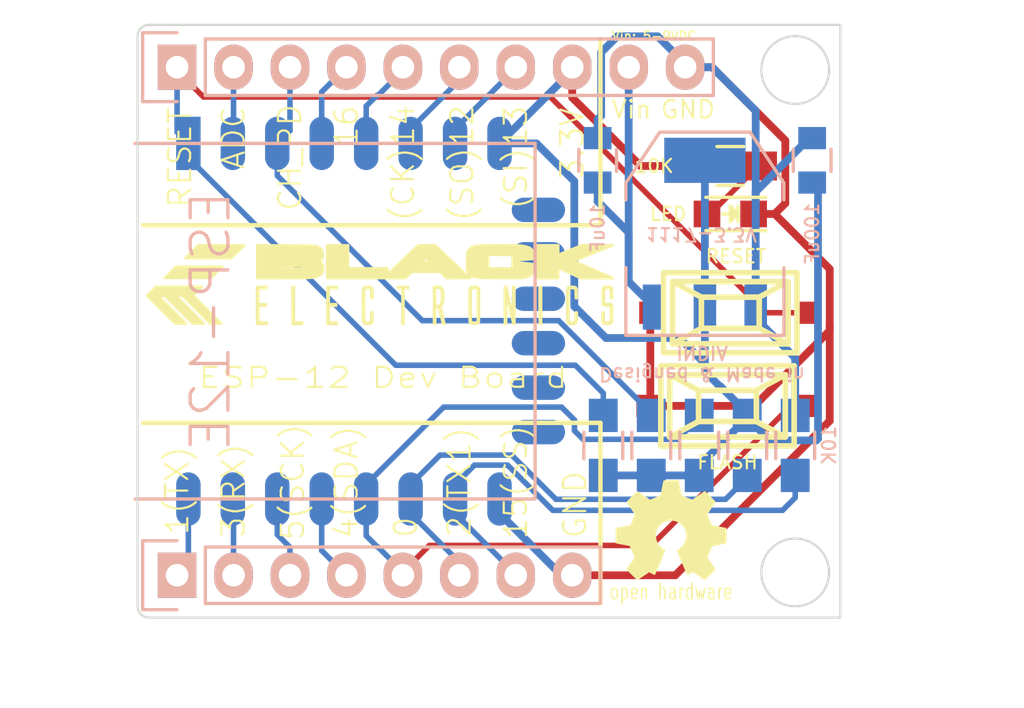
<source format=kicad_pcb>
(kicad_pcb (version 4) (host pcbnew 4.0.3-stable)

  (general
    (links 42)
    (no_connects 0)
    (area 166.573999 44.780999 198.297001 71.551001)
    (thickness 1.6)
    (drawings 44)
    (tracks 162)
    (zones 0)
    (modules 17)
    (nets 25)
  )

  (page A4)
  (layers
    (0 F.Cu signal)
    (31 B.Cu signal)
    (32 B.Adhes user)
    (33 F.Adhes user)
    (34 B.Paste user)
    (35 F.Paste user)
    (36 B.SilkS user)
    (37 F.SilkS user)
    (38 B.Mask user)
    (39 F.Mask user)
    (40 Dwgs.User user)
    (41 Cmts.User user)
    (42 Eco1.User user)
    (43 Eco2.User user)
    (44 Edge.Cuts user)
    (45 Margin user)
    (46 B.CrtYd user)
    (47 F.CrtYd user)
    (48 B.Fab user)
    (49 F.Fab user)
  )

  (setup
    (last_trace_width 0.25)
    (trace_clearance 0.2)
    (zone_clearance 0.508)
    (zone_45_only no)
    (trace_min 0.2)
    (segment_width 0.2)
    (edge_width 0.1)
    (via_size 0.6)
    (via_drill 0.4)
    (via_min_size 0.4)
    (via_min_drill 0.3)
    (uvia_size 0.3)
    (uvia_drill 0.1)
    (uvias_allowed no)
    (uvia_min_size 0.2)
    (uvia_min_drill 0.1)
    (pcb_text_width 0.3)
    (pcb_text_size 1.5 1.5)
    (mod_edge_width 0.15)
    (mod_text_size 1 1)
    (mod_text_width 0.15)
    (pad_size 6 6)
    (pad_drill 3.2)
    (pad_to_mask_clearance 0)
    (aux_axis_origin 0 0)
    (visible_elements 7FFFFE7F)
    (pcbplotparams
      (layerselection 0x010fc_80000001)
      (usegerberextensions true)
      (excludeedgelayer true)
      (linewidth 0.100000)
      (plotframeref false)
      (viasonmask false)
      (mode 1)
      (useauxorigin false)
      (hpglpennumber 1)
      (hpglpenspeed 20)
      (hpglpendiameter 15)
      (hpglpenoverlay 2)
      (psnegative false)
      (psa4output false)
      (plotreference true)
      (plotvalue true)
      (plotinvisibletext false)
      (padsonsilk false)
      (subtractmaskfromsilk false)
      (outputformat 1)
      (mirror false)
      (drillshape 0)
      (scaleselection 1)
      (outputdirectory Gerbers/))
  )

  (net 0 "")
  (net 1 /0)
  (net 2 GND)
  (net 3 /CH_PD)
  (net 4 /2)
  (net 5 /15)
  (net 6 /5V)
  (net 7 /3V3)
  (net 8 /RESET)
  (net 9 /16)
  (net 10 /14)
  (net 11 /12)
  (net 12 /13)
  (net 13 /4)
  (net 14 /TX)
  (net 15 /RX)
  (net 16 /5)
  (net 17 /ADC)
  (net 18 "Net-(U1-Pad9)")
  (net 19 "Net-(U1-Pad10)")
  (net 20 "Net-(U1-Pad11)")
  (net 21 "Net-(U1-Pad12)")
  (net 22 "Net-(U1-Pad13)")
  (net 23 "Net-(U1-Pad14)")
  (net 24 "Net-(D1-Pad2)")

  (net_class Default "This is the default net class."
    (clearance 0.2)
    (trace_width 0.25)
    (via_dia 0.6)
    (via_drill 0.4)
    (uvia_dia 0.3)
    (uvia_drill 0.1)
    (add_net /0)
    (add_net /12)
    (add_net /13)
    (add_net /14)
    (add_net /15)
    (add_net /16)
    (add_net /2)
    (add_net /4)
    (add_net /5)
    (add_net /ADC)
    (add_net /CH_PD)
    (add_net /RESET)
    (add_net /RX)
    (add_net /TX)
    (add_net "Net-(D1-Pad2)")
    (add_net "Net-(U1-Pad10)")
    (add_net "Net-(U1-Pad11)")
    (add_net "Net-(U1-Pad12)")
    (add_net "Net-(U1-Pad13)")
    (add_net "Net-(U1-Pad14)")
    (add_net "Net-(U1-Pad9)")
  )

  (net_class Power ""
    (clearance 0.2)
    (trace_width 0.35)
    (via_dia 0.6)
    (via_drill 0.4)
    (uvia_dia 0.3)
    (uvia_drill 0.1)
    (add_net /3V3)
    (add_net /5V)
    (add_net GND)
  )

  (module Pin_Headers:Pin_Header_Straight_1x08 locked (layer B.Cu) (tedit 57A426B3) (tstamp 57A335DF)
    (at 168.402 69.596 270)
    (descr "Through hole pin header")
    (tags "pin header")
    (path /57A5C7EF)
    (fp_text reference P3 (at 0 5.1 270) (layer B.SilkS) hide
      (effects (font (size 1 1) (thickness 0.15)) (justify mirror))
    )
    (fp_text value CONN_01X08 (at 0 3.1 270) (layer B.Fab) hide
      (effects (font (size 1 1) (thickness 0.15)) (justify mirror))
    )
    (fp_line (start -1.75 1.75) (end -1.75 -19.55) (layer B.CrtYd) (width 0.05))
    (fp_line (start 1.75 1.75) (end 1.75 -19.55) (layer B.CrtYd) (width 0.05))
    (fp_line (start -1.75 1.75) (end 1.75 1.75) (layer B.CrtYd) (width 0.05))
    (fp_line (start -1.75 -19.55) (end 1.75 -19.55) (layer B.CrtYd) (width 0.05))
    (fp_line (start 1.27 -1.27) (end 1.27 -19.05) (layer B.SilkS) (width 0.15))
    (fp_line (start 1.27 -19.05) (end -1.27 -19.05) (layer B.SilkS) (width 0.15))
    (fp_line (start -1.27 -19.05) (end -1.27 -1.27) (layer B.SilkS) (width 0.15))
    (fp_line (start 1.55 1.55) (end 1.55 0) (layer B.SilkS) (width 0.15))
    (fp_line (start 1.27 -1.27) (end -1.27 -1.27) (layer B.SilkS) (width 0.15))
    (fp_line (start -1.55 0) (end -1.55 1.55) (layer B.SilkS) (width 0.15))
    (fp_line (start -1.55 1.55) (end 1.55 1.55) (layer B.SilkS) (width 0.15))
    (pad 1 thru_hole rect (at 0 0 270) (size 2.032 1.7272) (drill 1.016) (layers *.Cu *.Mask B.SilkS)
      (net 14 /TX))
    (pad 2 thru_hole oval (at 0 -2.54 270) (size 2.032 1.7272) (drill 1.016) (layers *.Cu *.Mask B.SilkS)
      (net 15 /RX))
    (pad 3 thru_hole oval (at 0 -5.08 270) (size 2.032 1.7272) (drill 1.016) (layers *.Cu *.Mask B.SilkS)
      (net 16 /5))
    (pad 4 thru_hole oval (at 0 -7.62 270) (size 2.032 1.7272) (drill 1.016) (layers *.Cu *.Mask B.SilkS)
      (net 13 /4))
    (pad 5 thru_hole oval (at 0 -10.16 270) (size 2.032 1.7272) (drill 1.016) (layers *.Cu *.Mask B.SilkS)
      (net 1 /0))
    (pad 6 thru_hole oval (at 0 -12.7 270) (size 2.032 1.7272) (drill 1.016) (layers *.Cu *.Mask B.SilkS)
      (net 4 /2))
    (pad 7 thru_hole oval (at 0 -15.24 270) (size 2.032 1.7272) (drill 1.016) (layers *.Cu *.Mask B.SilkS)
      (net 5 /15))
    (pad 8 thru_hole oval (at 0 -17.78 270) (size 2.032 1.7272) (drill 1.016) (layers *.Cu *.Mask B.SilkS)
      (net 2 GND))
    (model Pin_Headers.3dshapes/Pin_Header_Straight_1x08.wrl
      (at (xyz 0 -0.35 0))
      (scale (xyz 1 1 1))
      (rotate (xyz 0 0 90))
    )
  )

  (module Capacitors_SMD:C_0805 (layer B.Cu) (tedit 5822F3A1) (tstamp 57A6CFF9)
    (at 187.325 50.927 90)
    (descr "Capacitor SMD 0805, reflow soldering, AVX (see smccp.pdf)")
    (tags "capacitor 0805")
    (path /57A7FB99)
    (attr smd)
    (fp_text reference C1 (at 0 1.778 90) (layer B.SilkS) hide
      (effects (font (size 1 1) (thickness 0.15)) (justify mirror))
    )
    (fp_text value 10uF (at -3.048 0 90) (layer B.SilkS)
      (effects (font (size 0.6 0.6) (thickness 0.1)) (justify mirror))
    )
    (fp_line (start -1.8 1) (end 1.8 1) (layer B.CrtYd) (width 0.05))
    (fp_line (start -1.8 -1) (end 1.8 -1) (layer B.CrtYd) (width 0.05))
    (fp_line (start -1.8 1) (end -1.8 -1) (layer B.CrtYd) (width 0.05))
    (fp_line (start 1.8 1) (end 1.8 -1) (layer B.CrtYd) (width 0.05))
    (fp_line (start 0.5 0.85) (end -0.5 0.85) (layer B.SilkS) (width 0.15))
    (fp_line (start -0.5 -0.85) (end 0.5 -0.85) (layer B.SilkS) (width 0.15))
    (pad 1 smd rect (at -1 0 90) (size 1 1.25) (layers B.Cu B.Paste B.Mask)
      (net 6 /5V))
    (pad 2 smd rect (at 1 0 90) (size 1 1.25) (layers B.Cu B.Paste B.Mask)
      (net 2 GND))
    (model Capacitors_SMD.3dshapes/C_0805.wrl
      (at (xyz 0 0 0))
      (scale (xyz 1 1 1))
      (rotate (xyz 0 0 0))
    )
  )

  (module Capacitors_SMD:C_0805 (layer B.Cu) (tedit 5821A8F3) (tstamp 57A6CFFE)
    (at 196.977 50.927 90)
    (descr "Capacitor SMD 0805, reflow soldering, AVX (see smccp.pdf)")
    (tags "capacitor 0805")
    (path /57A80003)
    (attr smd)
    (fp_text reference C2 (at 0 2.1 90) (layer B.SilkS) hide
      (effects (font (size 1 1) (thickness 0.15)) (justify mirror))
    )
    (fp_text value 100uF (at -3.302 0 90) (layer B.SilkS)
      (effects (font (size 0.6 0.6) (thickness 0.1)) (justify mirror))
    )
    (fp_line (start -1.8 1) (end 1.8 1) (layer B.CrtYd) (width 0.05))
    (fp_line (start -1.8 -1) (end 1.8 -1) (layer B.CrtYd) (width 0.05))
    (fp_line (start -1.8 1) (end -1.8 -1) (layer B.CrtYd) (width 0.05))
    (fp_line (start 1.8 1) (end 1.8 -1) (layer B.CrtYd) (width 0.05))
    (fp_line (start 0.5 0.85) (end -0.5 0.85) (layer B.SilkS) (width 0.15))
    (fp_line (start -0.5 -0.85) (end 0.5 -0.85) (layer B.SilkS) (width 0.15))
    (pad 1 smd rect (at -1 0 90) (size 1 1.25) (layers B.Cu B.Paste B.Mask)
      (net 7 /3V3))
    (pad 2 smd rect (at 1 0 90) (size 1 1.25) (layers B.Cu B.Paste B.Mask)
      (net 2 GND))
    (model Capacitors_SMD.3dshapes/C_0805.wrl
      (at (xyz 0 0 0))
      (scale (xyz 1 1 1))
      (rotate (xyz 0 0 0))
    )
  )

  (module TO_SOT_Packages_SMD:SOT-223_edit (layer B.Cu) (tedit 58256E98) (tstamp 57A8221C)
    (at 192.151 54.229 180)
    (descr "module CMS SOT223 4 pins")
    (tags "CMS SOT")
    (path /57A78B90)
    (attr smd)
    (fp_text reference U2 (at 0 0.762 180) (layer B.SilkS) hide
      (effects (font (size 1 1) (thickness 0.15)) (justify mirror))
    )
    (fp_text value 1117-3V3 (at 0.127 -0.254 180) (layer B.SilkS) hide
      (effects (font (size 0.8 0.7) (thickness 0.1)) (justify mirror))
    )
    (fp_line (start -3.556 -1.524) (end -3.556 -4.572) (layer B.SilkS) (width 0.15))
    (fp_line (start -3.556 -4.572) (end 3.556 -4.572) (layer B.SilkS) (width 0.15))
    (fp_line (start 3.556 -4.572) (end 3.556 -1.524) (layer B.SilkS) (width 0.15))
    (fp_line (start -3.556 1.524) (end -3.556 2.286) (layer B.SilkS) (width 0.15))
    (fp_line (start -3.556 2.286) (end -2.032 4.572) (layer B.SilkS) (width 0.15))
    (fp_line (start -2.032 4.572) (end 2.032 4.572) (layer B.SilkS) (width 0.15))
    (fp_line (start 2.032 4.572) (end 3.556 2.286) (layer B.SilkS) (width 0.15))
    (fp_line (start 3.556 2.286) (end 3.556 1.524) (layer B.SilkS) (width 0.15))
    (pad 2 smd rect (at 0 3.302 180) (size 3.6576 2.032) (layers B.Cu B.Paste B.Mask)
      (net 7 /3V3))
    (pad 2 smd rect (at 0 -3.302 180) (size 1.016 2.032) (layers B.Cu B.Paste B.Mask)
      (net 7 /3V3))
    (pad 3 smd rect (at 2.286 -3.302 180) (size 1.016 2.032) (layers B.Cu B.Paste B.Mask)
      (net 6 /5V))
    (pad 1 smd rect (at -2.286 -3.302 180) (size 1.016 2.032) (layers B.Cu B.Paste B.Mask)
      (net 2 GND))
    (model walter/smd_trans/sot223.wrl
      (at (xyz 0 0 0))
      (scale (xyz 1 1 1))
      (rotate (xyz 0 0 0))
    )
  )

  (module Pin_Headers:Pin_Header_Straight_1x10 locked (layer B.Cu) (tedit 57A98046) (tstamp 57A9684D)
    (at 168.402 46.736 270)
    (descr "Through hole pin header")
    (tags "pin header")
    (path /57A98258)
    (fp_text reference P1 (at 0 5.1 270) (layer B.SilkS) hide
      (effects (font (size 1 1) (thickness 0.15)) (justify mirror))
    )
    (fp_text value CONN_01X10 (at 0 3.1 270) (layer B.Fab) hide
      (effects (font (size 1 1) (thickness 0.15)) (justify mirror))
    )
    (fp_line (start -1.75 1.75) (end -1.75 -24.65) (layer B.CrtYd) (width 0.05))
    (fp_line (start 1.75 1.75) (end 1.75 -24.65) (layer B.CrtYd) (width 0.05))
    (fp_line (start -1.75 1.75) (end 1.75 1.75) (layer B.CrtYd) (width 0.05))
    (fp_line (start -1.75 -24.65) (end 1.75 -24.65) (layer B.CrtYd) (width 0.05))
    (fp_line (start 1.27 -1.27) (end 1.27 -24.13) (layer B.SilkS) (width 0.15))
    (fp_line (start 1.27 -24.13) (end -1.27 -24.13) (layer B.SilkS) (width 0.15))
    (fp_line (start -1.27 -24.13) (end -1.27 -1.27) (layer B.SilkS) (width 0.15))
    (fp_line (start 1.55 1.55) (end 1.55 0) (layer B.SilkS) (width 0.15))
    (fp_line (start 1.27 -1.27) (end -1.27 -1.27) (layer B.SilkS) (width 0.15))
    (fp_line (start -1.55 0) (end -1.55 1.55) (layer B.SilkS) (width 0.15))
    (fp_line (start -1.55 1.55) (end 1.55 1.55) (layer B.SilkS) (width 0.15))
    (pad 1 thru_hole rect (at 0 0 270) (size 2.032 1.7272) (drill 1.016) (layers *.Cu *.Mask B.SilkS)
      (net 8 /RESET))
    (pad 2 thru_hole oval (at 0 -2.54 270) (size 2.032 1.7272) (drill 1.016) (layers *.Cu *.Mask B.SilkS)
      (net 17 /ADC))
    (pad 3 thru_hole oval (at 0 -5.08 270) (size 2.032 1.7272) (drill 1.016) (layers *.Cu *.Mask B.SilkS)
      (net 3 /CH_PD))
    (pad 4 thru_hole oval (at 0 -7.62 270) (size 2.032 1.7272) (drill 1.016) (layers *.Cu *.Mask B.SilkS)
      (net 9 /16))
    (pad 5 thru_hole oval (at 0 -10.16 270) (size 2.032 1.7272) (drill 1.016) (layers *.Cu *.Mask B.SilkS)
      (net 10 /14))
    (pad 6 thru_hole oval (at 0 -12.7 270) (size 2.032 1.7272) (drill 1.016) (layers *.Cu *.Mask B.SilkS)
      (net 11 /12))
    (pad 7 thru_hole oval (at 0 -15.24 270) (size 2.032 1.7272) (drill 1.016) (layers *.Cu *.Mask B.SilkS)
      (net 12 /13))
    (pad 8 thru_hole oval (at 0 -17.78 270) (size 2.032 1.7272) (drill 1.016) (layers *.Cu *.Mask B.SilkS)
      (net 7 /3V3))
    (pad 9 thru_hole oval (at 0 -20.32 270) (size 2.032 1.7272) (drill 1.016) (layers *.Cu *.Mask B.SilkS)
      (net 6 /5V))
    (pad 10 thru_hole oval (at 0 -22.86 270) (size 2.032 1.7272) (drill 1.016) (layers *.Cu *.Mask B.SilkS)
      (net 2 GND))
    (model Pin_Headers.3dshapes/Pin_Header_Straight_1x10.wrl
      (at (xyz 0 -0.45 0))
      (scale (xyz 1 1 1))
      (rotate (xyz 0 0 90))
    )
  )

  (module LEDs:LED-0805 (layer F.Cu) (tedit 5821AF7E) (tstamp 57A9A3C2)
    (at 193.294 53.34 180)
    (descr "LED 0805 smd package")
    (tags "LED 0805 SMD")
    (path /57A9A7B4)
    (attr smd)
    (fp_text reference D1 (at 0 -1.75 180) (layer F.SilkS) hide
      (effects (font (size 1 1) (thickness 0.15)))
    )
    (fp_text value LED (at 2.794 0 180) (layer F.SilkS)
      (effects (font (size 0.6 0.6) (thickness 0.1)))
    )
    (fp_line (start -1.6 0.75) (end 1.1 0.75) (layer F.SilkS) (width 0.15))
    (fp_line (start -1.6 -0.75) (end 1.1 -0.75) (layer F.SilkS) (width 0.15))
    (fp_line (start -0.1 0.15) (end -0.1 -0.1) (layer F.SilkS) (width 0.15))
    (fp_line (start -0.1 -0.1) (end -0.25 0.05) (layer F.SilkS) (width 0.15))
    (fp_line (start -0.35 -0.35) (end -0.35 0.35) (layer F.SilkS) (width 0.15))
    (fp_line (start 0 0) (end 0.35 0) (layer F.SilkS) (width 0.15))
    (fp_line (start -0.35 0) (end 0 -0.35) (layer F.SilkS) (width 0.15))
    (fp_line (start 0 -0.35) (end 0 0.35) (layer F.SilkS) (width 0.15))
    (fp_line (start 0 0.35) (end -0.35 0) (layer F.SilkS) (width 0.15))
    (fp_line (start 1.9 -0.95) (end 1.9 0.95) (layer F.CrtYd) (width 0.05))
    (fp_line (start 1.9 0.95) (end -1.9 0.95) (layer F.CrtYd) (width 0.05))
    (fp_line (start -1.9 0.95) (end -1.9 -0.95) (layer F.CrtYd) (width 0.05))
    (fp_line (start -1.9 -0.95) (end 1.9 -0.95) (layer F.CrtYd) (width 0.05))
    (pad 2 smd rect (at 1.04902 0) (size 1.19888 1.19888) (layers F.Cu F.Paste F.Mask)
      (net 24 "Net-(D1-Pad2)"))
    (pad 1 smd rect (at -1.04902 0) (size 1.19888 1.19888) (layers F.Cu F.Paste F.Mask)
      (net 2 GND))
    (model LEDs.3dshapes/LED-0805.wrl
      (at (xyz 0 0 0))
      (scale (xyz 1 1 1))
      (rotate (xyz 0 0 0))
    )
  )

  (module w_switch:smd_push (layer F.Cu) (tedit 5821AFB7) (tstamp 57B2A489)
    (at 193.294 57.785)
    (descr "SMD Pushbutton")
    (path /57A3538C)
    (autoplace_cost180 10)
    (fp_text reference SW1 (at 0 -2.70002) (layer F.SilkS) hide
      (effects (font (size 1.143 1.27) (thickness 0.1524)))
    )
    (fp_text value RESET (at 0.254 -2.54) (layer F.SilkS)
      (effects (font (size 0.6 0.6) (thickness 0.1)))
    )
    (fp_line (start 1.30048 -0.70104) (end 2.60096 -1.39954) (layer F.SilkS) (width 0.254))
    (fp_line (start 1.30048 0.70104) (end 2.60096 1.39954) (layer F.SilkS) (width 0.254))
    (fp_line (start -1.30048 0.70104) (end -2.60096 1.39954) (layer F.SilkS) (width 0.254))
    (fp_line (start -2.60096 -1.39954) (end -1.30048 -0.70104) (layer F.SilkS) (width 0.254))
    (fp_line (start -2.60096 -1.39954) (end 2.60096 -1.39954) (layer F.SilkS) (width 0.254))
    (fp_line (start 2.60096 -1.39954) (end 2.60096 1.39954) (layer F.SilkS) (width 0.254))
    (fp_line (start 2.60096 1.39954) (end -2.60096 1.39954) (layer F.SilkS) (width 0.254))
    (fp_line (start -2.60096 1.39954) (end -2.60096 -1.39954) (layer F.SilkS) (width 0.254))
    (fp_line (start -1.30048 -0.70104) (end 1.30048 -0.70104) (layer F.SilkS) (width 0.254))
    (fp_line (start 1.30048 -0.70104) (end 1.30048 0.70104) (layer F.SilkS) (width 0.254))
    (fp_line (start 1.30048 0.70104) (end -1.30048 0.70104) (layer F.SilkS) (width 0.254))
    (fp_line (start -1.30048 0.70104) (end -1.30048 -0.70104) (layer F.SilkS) (width 0.254))
    (fp_line (start -2.99974 -1.80086) (end 2.99974 -1.80086) (layer F.SilkS) (width 0.254))
    (fp_line (start 2.99974 -1.80086) (end 2.99974 1.80086) (layer F.SilkS) (width 0.254))
    (fp_line (start 2.99974 1.80086) (end -2.99974 1.80086) (layer F.SilkS) (width 0.254))
    (fp_line (start -2.99974 1.80086) (end -2.99974 -1.80086) (layer F.SilkS) (width 0.254))
    (pad 1 smd rect (at -3.59918 0) (size 1.00076 1.00076) (layers F.Cu F.Paste F.Mask)
      (net 2 GND))
    (pad 2 smd rect (at 3.59918 0) (size 1.00076 1.00076) (layers F.Cu F.Paste F.Mask)
      (net 8 /RESET))
    (model walter/switch/smd_push.wrl
      (at (xyz 0 0 0))
      (scale (xyz 1 1 1))
      (rotate (xyz 0 0 0))
    )
  )

  (module w_switch:smd_push (layer F.Cu) (tedit 5821AFC0) (tstamp 57B2A48E)
    (at 193.167 61.976 180)
    (descr "SMD Pushbutton")
    (path /57A35C9C)
    (autoplace_cost180 10)
    (fp_text reference SW2 (at 0 -2.70002 180) (layer F.SilkS) hide
      (effects (font (size 1.143 1.27) (thickness 0.1524)))
    )
    (fp_text value FLASH (at 0 -2.54 180) (layer F.SilkS)
      (effects (font (size 0.6 0.6) (thickness 0.1)))
    )
    (fp_line (start 1.30048 -0.70104) (end 2.60096 -1.39954) (layer F.SilkS) (width 0.254))
    (fp_line (start 1.30048 0.70104) (end 2.60096 1.39954) (layer F.SilkS) (width 0.254))
    (fp_line (start -1.30048 0.70104) (end -2.60096 1.39954) (layer F.SilkS) (width 0.254))
    (fp_line (start -2.60096 -1.39954) (end -1.30048 -0.70104) (layer F.SilkS) (width 0.254))
    (fp_line (start -2.60096 -1.39954) (end 2.60096 -1.39954) (layer F.SilkS) (width 0.254))
    (fp_line (start 2.60096 -1.39954) (end 2.60096 1.39954) (layer F.SilkS) (width 0.254))
    (fp_line (start 2.60096 1.39954) (end -2.60096 1.39954) (layer F.SilkS) (width 0.254))
    (fp_line (start -2.60096 1.39954) (end -2.60096 -1.39954) (layer F.SilkS) (width 0.254))
    (fp_line (start -1.30048 -0.70104) (end 1.30048 -0.70104) (layer F.SilkS) (width 0.254))
    (fp_line (start 1.30048 -0.70104) (end 1.30048 0.70104) (layer F.SilkS) (width 0.254))
    (fp_line (start 1.30048 0.70104) (end -1.30048 0.70104) (layer F.SilkS) (width 0.254))
    (fp_line (start -1.30048 0.70104) (end -1.30048 -0.70104) (layer F.SilkS) (width 0.254))
    (fp_line (start -2.99974 -1.80086) (end 2.99974 -1.80086) (layer F.SilkS) (width 0.254))
    (fp_line (start 2.99974 -1.80086) (end 2.99974 1.80086) (layer F.SilkS) (width 0.254))
    (fp_line (start 2.99974 1.80086) (end -2.99974 1.80086) (layer F.SilkS) (width 0.254))
    (fp_line (start -2.99974 1.80086) (end -2.99974 -1.80086) (layer F.SilkS) (width 0.254))
    (pad 1 smd rect (at -3.59918 0 180) (size 1.00076 1.00076) (layers F.Cu F.Paste F.Mask)
      (net 1 /0))
    (pad 2 smd rect (at 3.59918 0 180) (size 1.00076 1.00076) (layers F.Cu F.Paste F.Mask)
      (net 2 GND))
    (model walter/switch/smd_push.wrl
      (at (xyz 0 0 0))
      (scale (xyz 1 1 1))
      (rotate (xyz 0 0 0))
    )
  )

  (module Resistors_SMD:R_0805_HandSoldering (layer B.Cu) (tedit 5821A981) (tstamp 57B43D81)
    (at 187.579 63.754 270)
    (descr "Resistor SMD 0805, hand soldering")
    (tags "resistor 0805")
    (path /57A88033)
    (attr smd)
    (fp_text reference R1 (at 0 2.1 270) (layer B.SilkS) hide
      (effects (font (size 1 1) (thickness 0.15)) (justify mirror))
    )
    (fp_text value 10K (at 0 -10.16 270) (layer B.SilkS)
      (effects (font (size 0.6 0.6) (thickness 0.1)) (justify mirror))
    )
    (fp_line (start -2.4 1) (end 2.4 1) (layer B.CrtYd) (width 0.05))
    (fp_line (start -2.4 -1) (end 2.4 -1) (layer B.CrtYd) (width 0.05))
    (fp_line (start -2.4 1) (end -2.4 -1) (layer B.CrtYd) (width 0.05))
    (fp_line (start 2.4 1) (end 2.4 -1) (layer B.CrtYd) (width 0.05))
    (fp_line (start 0.6 -0.875) (end -0.6 -0.875) (layer B.SilkS) (width 0.15))
    (fp_line (start -0.6 0.875) (end 0.6 0.875) (layer B.SilkS) (width 0.15))
    (pad 1 smd rect (at -1.35 0 270) (size 1.5 1.3) (layers B.Cu B.Paste B.Mask)
      (net 8 /RESET))
    (pad 2 smd rect (at 1.35 0 270) (size 1.5 1.3) (layers B.Cu B.Paste B.Mask)
      (net 7 /3V3))
    (model Resistors_SMD.3dshapes/R_0805_HandSoldering.wrl
      (at (xyz 0 0 0))
      (scale (xyz 1 1 1))
      (rotate (xyz 0 0 0))
    )
  )

  (module Resistors_SMD:R_0805_HandSoldering (layer B.Cu) (tedit 58256F2F) (tstamp 57B43D86)
    (at 189.738 63.754 270)
    (descr "Resistor SMD 0805, hand soldering")
    (tags "resistor 0805")
    (path /57A88279)
    (attr smd)
    (fp_text reference R2 (at 0 2.1 270) (layer B.SilkS) hide
      (effects (font (size 1 1) (thickness 0.15)) (justify mirror))
    )
    (fp_text value 10K (at 0 -2.1 270) (layer B.Fab) hide
      (effects (font (size 1 1) (thickness 0.15)) (justify mirror))
    )
    (fp_line (start -2.4 1) (end 2.4 1) (layer B.CrtYd) (width 0.05))
    (fp_line (start -2.4 -1) (end 2.4 -1) (layer B.CrtYd) (width 0.05))
    (fp_line (start -2.4 1) (end -2.4 -1) (layer B.CrtYd) (width 0.05))
    (fp_line (start 2.4 1) (end 2.4 -1) (layer B.CrtYd) (width 0.05))
    (fp_line (start 0.6 -0.875) (end -0.6 -0.875) (layer B.SilkS) (width 0.15))
    (fp_line (start -0.6 0.875) (end 0.6 0.875) (layer B.SilkS) (width 0.15))
    (pad 1 smd rect (at -1.35 0 270) (size 1.5 1.3) (layers B.Cu B.Paste B.Mask)
      (net 3 /CH_PD))
    (pad 2 smd rect (at 1.35 0 270) (size 1.5 1.3) (layers B.Cu B.Paste B.Mask)
      (net 7 /3V3))
    (model Resistors_SMD.3dshapes/R_0805_HandSoldering.wrl
      (at (xyz 0 0 0))
      (scale (xyz 1 1 1))
      (rotate (xyz 0 0 0))
    )
  )

  (module Resistors_SMD:R_0805_HandSoldering (layer B.Cu) (tedit 58256F2B) (tstamp 57B43D8B)
    (at 191.897 63.754 270)
    (descr "Resistor SMD 0805, hand soldering")
    (tags "resistor 0805")
    (path /57A8836B)
    (attr smd)
    (fp_text reference R3 (at 0 2.1 270) (layer B.SilkS) hide
      (effects (font (size 1 1) (thickness 0.15)) (justify mirror))
    )
    (fp_text value 10K (at 0 -2.1 270) (layer B.Fab) hide
      (effects (font (size 1 1) (thickness 0.15)) (justify mirror))
    )
    (fp_line (start -2.4 1) (end 2.4 1) (layer B.CrtYd) (width 0.05))
    (fp_line (start -2.4 -1) (end 2.4 -1) (layer B.CrtYd) (width 0.05))
    (fp_line (start -2.4 1) (end -2.4 -1) (layer B.CrtYd) (width 0.05))
    (fp_line (start 2.4 1) (end 2.4 -1) (layer B.CrtYd) (width 0.05))
    (fp_line (start 0.6 -0.875) (end -0.6 -0.875) (layer B.SilkS) (width 0.15))
    (fp_line (start -0.6 0.875) (end 0.6 0.875) (layer B.SilkS) (width 0.15))
    (pad 1 smd rect (at -1.35 0 270) (size 1.5 1.3) (layers B.Cu B.Paste B.Mask)
      (net 1 /0))
    (pad 2 smd rect (at 1.35 0 270) (size 1.5 1.3) (layers B.Cu B.Paste B.Mask)
      (net 7 /3V3))
    (model Resistors_SMD.3dshapes/R_0805_HandSoldering.wrl
      (at (xyz 0 0 0))
      (scale (xyz 1 1 1))
      (rotate (xyz 0 0 0))
    )
  )

  (module Resistors_SMD:R_0805_HandSoldering (layer B.Cu) (tedit 58256F36) (tstamp 57B43D90)
    (at 194.056 63.754 90)
    (descr "Resistor SMD 0805, hand soldering")
    (tags "resistor 0805")
    (path /57A88A73)
    (attr smd)
    (fp_text reference R4 (at 0 2.1 90) (layer B.SilkS) hide
      (effects (font (size 1 1) (thickness 0.15)) (justify mirror))
    )
    (fp_text value 10K (at 0 -2.1 90) (layer B.Fab) hide
      (effects (font (size 1 1) (thickness 0.15)) (justify mirror))
    )
    (fp_line (start -2.4 1) (end 2.4 1) (layer B.CrtYd) (width 0.05))
    (fp_line (start -2.4 -1) (end 2.4 -1) (layer B.CrtYd) (width 0.05))
    (fp_line (start -2.4 1) (end -2.4 -1) (layer B.CrtYd) (width 0.05))
    (fp_line (start 2.4 1) (end 2.4 -1) (layer B.CrtYd) (width 0.05))
    (fp_line (start 0.6 -0.875) (end -0.6 -0.875) (layer B.SilkS) (width 0.15))
    (fp_line (start -0.6 0.875) (end 0.6 0.875) (layer B.SilkS) (width 0.15))
    (pad 1 smd rect (at -1.35 0 90) (size 1.5 1.3) (layers B.Cu B.Paste B.Mask)
      (net 4 /2))
    (pad 2 smd rect (at 1.35 0 90) (size 1.5 1.3) (layers B.Cu B.Paste B.Mask)
      (net 7 /3V3))
    (model Resistors_SMD.3dshapes/R_0805_HandSoldering.wrl
      (at (xyz 0 0 0))
      (scale (xyz 1 1 1))
      (rotate (xyz 0 0 0))
    )
  )

  (module Resistors_SMD:R_0805_HandSoldering (layer B.Cu) (tedit 58256F28) (tstamp 57B43D95)
    (at 196.215 63.754 270)
    (descr "Resistor SMD 0805, hand soldering")
    (tags "resistor 0805")
    (path /57A88D8B)
    (attr smd)
    (fp_text reference R5 (at 0 2.1 270) (layer B.SilkS) hide
      (effects (font (size 1 1) (thickness 0.15)) (justify mirror))
    )
    (fp_text value 10K (at 0.1524 -3.0226 270) (layer B.Fab) hide
      (effects (font (size 1 1) (thickness 0.15)) (justify mirror))
    )
    (fp_line (start -2.4 1) (end 2.4 1) (layer B.CrtYd) (width 0.05))
    (fp_line (start -2.4 -1) (end 2.4 -1) (layer B.CrtYd) (width 0.05))
    (fp_line (start -2.4 1) (end -2.4 -1) (layer B.CrtYd) (width 0.05))
    (fp_line (start 2.4 1) (end 2.4 -1) (layer B.CrtYd) (width 0.05))
    (fp_line (start 0.6 -0.875) (end -0.6 -0.875) (layer B.SilkS) (width 0.15))
    (fp_line (start -0.6 0.875) (end 0.6 0.875) (layer B.SilkS) (width 0.15))
    (pad 1 smd rect (at -1.35 0 270) (size 1.5 1.3) (layers B.Cu B.Paste B.Mask)
      (net 2 GND))
    (pad 2 smd rect (at 1.35 0 270) (size 1.5 1.3) (layers B.Cu B.Paste B.Mask)
      (net 5 /15))
    (model Resistors_SMD.3dshapes/R_0805_HandSoldering.wrl
      (at (xyz 0 0 0))
      (scale (xyz 1 1 1))
      (rotate (xyz 0 0 0))
    )
  )

  (module Resistors_SMD:R_0805_HandSoldering (layer F.Cu) (tedit 5821B02A) (tstamp 57B43D9A)
    (at 193.294 51.181 180)
    (descr "Resistor SMD 0805, hand soldering")
    (tags "resistor 0805")
    (path /57A9A881)
    (attr smd)
    (fp_text reference R6 (at 0 -2.1 180) (layer F.SilkS) hide
      (effects (font (size 1 1) (thickness 0.15)))
    )
    (fp_text value 10K (at 3.429 0 180) (layer F.SilkS)
      (effects (font (size 0.6 0.6) (thickness 0.1)))
    )
    (fp_line (start -2.4 -1) (end 2.4 -1) (layer F.CrtYd) (width 0.05))
    (fp_line (start -2.4 1) (end 2.4 1) (layer F.CrtYd) (width 0.05))
    (fp_line (start -2.4 -1) (end -2.4 1) (layer F.CrtYd) (width 0.05))
    (fp_line (start 2.4 -1) (end 2.4 1) (layer F.CrtYd) (width 0.05))
    (fp_line (start 0.6 0.875) (end -0.6 0.875) (layer F.SilkS) (width 0.15))
    (fp_line (start -0.6 -0.875) (end 0.6 -0.875) (layer F.SilkS) (width 0.15))
    (pad 1 smd rect (at -1.35 0 180) (size 1.5 1.3) (layers F.Cu F.Paste F.Mask)
      (net 24 "Net-(D1-Pad2)"))
    (pad 2 smd rect (at 1.35 0 180) (size 1.5 1.3) (layers F.Cu F.Paste F.Mask)
      (net 7 /3V3))
    (model Resistors_SMD.3dshapes/R_0805_HandSoldering.wrl
      (at (xyz 0 0 0))
      (scale (xyz 1 1 1))
      (rotate (xyz 0 0 0))
    )
  )

  (module logo:3k5 (layer F.Cu) (tedit 0) (tstamp 57C182C2)
    (at 177.546 56.515)
    (path /57C1906E)
    (fp_text reference P2 (at 0 0) (layer F.SilkS) hide
      (effects (font (thickness 0.3)))
    )
    (fp_text value Logo (at 0.75 0) (layer F.SilkS) hide
      (effects (font (thickness 0.3)))
    )
    (fp_poly (pts (xy -5.101771 1.778) (xy -5.326742 1.778) (xy -5.551714 1.778) (xy -5.551714 0.9398)
      (xy -5.551714 0.1016) (xy -5.334 0.1016) (xy -5.116285 0.1016) (xy -5.116285 0.137885)
      (xy -5.116285 0.174171) (xy -5.297714 0.174171) (xy -5.479142 0.174171) (xy -5.479142 0.526142)
      (xy -5.479142 0.878114) (xy -5.312228 0.878114) (xy -5.145314 0.878114) (xy -5.145314 0.918028)
      (xy -5.145314 0.957942) (xy -5.312228 0.957942) (xy -5.479142 0.957942) (xy -5.479142 1.328057)
      (xy -5.479142 1.698171) (xy -5.290457 1.698171) (xy -5.101771 1.698171) (xy -5.101771 1.738085)
      (xy -5.101771 1.778) (xy -5.101771 1.778)) (layer F.SilkS) (width 0.1))
    (fp_poly (pts (xy -3.5052 1.778) (xy -3.730171 1.778) (xy -3.955142 1.778) (xy -3.955142 1.394568)
      (xy -3.955233 1.311892) (xy -3.955494 1.217759) (xy -3.955907 1.115225) (xy -3.956455 1.007345)
      (xy -3.957121 0.897176) (xy -3.957886 0.787774) (xy -3.958734 0.682194) (xy -3.959647 0.583492)
      (xy -3.959962 0.552739) (xy -3.964781 0.094342) (xy -3.923676 0.094342) (xy -3.882571 0.094342)
      (xy -3.882571 0.896257) (xy -3.882571 1.698171) (xy -3.698421 1.698171) (xy -3.514271 1.698171)
      (xy -3.509735 1.72085) (xy -3.506404 1.74308) (xy -3.5052 1.760764) (xy -3.5052 1.778)
      (xy -3.5052 1.778)) (layer F.SilkS) (width 0.1))
    (fp_poly (pts (xy -1.937657 1.778) (xy -2.162628 1.778) (xy -2.3876 1.778) (xy -2.3876 0.9398)
      (xy -2.3876 0.1016) (xy -2.169885 0.1016) (xy -1.952171 0.1016) (xy -1.952171 0.137885)
      (xy -1.952171 0.174171) (xy -2.133669 0.174171) (xy -2.315168 0.174171) (xy -2.313284 0.524328)
      (xy -2.3114 0.874485) (xy -2.1463 0.876436) (xy -1.9812 0.878386) (xy -1.9812 0.918164)
      (xy -1.9812 0.957942) (xy -2.148114 0.957942) (xy -2.315028 0.957942) (xy -2.315028 1.328057)
      (xy -2.315028 1.698171) (xy -2.126342 1.698171) (xy -1.937657 1.698171) (xy -1.937657 1.738085)
      (xy -1.937657 1.778) (xy -1.937657 1.778)) (layer F.SilkS) (width 0.1))
    (fp_poly (pts (xy -0.340268 0.624114) (xy -0.372719 0.624114) (xy -0.405171 0.624114) (xy -0.407641 0.429985)
      (xy -0.408492 0.370644) (xy -0.409444 0.324005) (xy -0.410627 0.288256) (xy -0.41217 0.261584)
      (xy -0.414202 0.242177) (xy -0.416855 0.228223) (xy -0.420256 0.217909) (xy -0.423252 0.211699)
      (xy -0.43597 0.193648) (xy -0.452902 0.180857) (xy -0.476318 0.172674) (xy -0.50849 0.168448)
      (xy -0.551687 0.167526) (xy -0.575409 0.168018) (xy -0.661609 0.170563) (xy -0.682136 0.193537)
      (xy -0.699467 0.221075) (xy -0.710745 0.255437) (xy -0.712282 0.268517) (xy -0.713606 0.292191)
      (xy -0.714721 0.326875) (xy -0.71563 0.37299) (xy -0.716337 0.430953) (xy -0.716845 0.501183)
      (xy -0.717158 0.584099) (xy -0.71728 0.680119) (xy -0.717214 0.789662) (xy -0.716963 0.913148)
      (xy -0.716827 0.961795) (xy -0.716481 1.075291) (xy -0.716151 1.175181) (xy -0.715815 1.262372)
      (xy -0.715451 1.337771) (xy -0.715037 1.402286) (xy -0.714551 1.456825) (xy -0.713971 1.502294)
      (xy -0.713276 1.539603) (xy -0.712443 1.569657) (xy -0.71145 1.593365) (xy -0.710275 1.611634)
      (xy -0.708896 1.625372) (xy -0.707293 1.635487) (xy -0.705441 1.642885) (xy -0.70332 1.648475)
      (xy -0.700908 1.653164) (xy -0.700067 1.654628) (xy -0.684634 1.675602) (xy -0.665041 1.690227)
      (xy -0.638705 1.699442) (xy -0.603037 1.704189) (xy -0.560381 1.705417) (xy -0.522448 1.705087)
      (xy -0.491689 1.703168) (xy -0.467353 1.698282) (xy -0.448687 1.689053) (xy -0.434941 1.674105)
      (xy -0.425361 1.65206) (xy -0.419196 1.621543) (xy -0.415694 1.581176) (xy -0.414104 1.529584)
      (xy -0.413673 1.465388) (xy -0.413657 1.436767) (xy -0.413657 1.248228) (xy -0.381 1.248228)
      (xy -0.348342 1.248228) (xy -0.348342 1.457384) (xy -0.348342 1.66654) (xy -0.3683 1.70557)
      (xy -0.380671 1.728569) (xy -0.39254 1.745782) (xy -0.406202 1.758081) (xy -0.423953 1.766338)
      (xy -0.448087 1.771423) (xy -0.480899 1.774208) (xy -0.524684 1.775563) (xy -0.553863 1.77601)
      (xy -0.612488 1.776163) (xy -0.657024 1.774882) (xy -0.687827 1.772149) (xy -0.703254 1.768753)
      (xy -0.732173 1.750982) (xy -0.75665 1.721165) (xy -0.775068 1.681488) (xy -0.780048 1.664654)
      (xy -0.781952 1.655867) (xy -0.783623 1.64477) (xy -0.785075 1.630479) (xy -0.786316 1.612105)
      (xy -0.787359 1.588762) (xy -0.788214 1.559563) (xy -0.788893 1.523621) (xy -0.789406 1.480049)
      (xy -0.789766 1.42796) (xy -0.789982 1.366468) (xy -0.790066 1.294685) (xy -0.790029 1.211725)
      (xy -0.789882 1.116701) (xy -0.789636 1.008726) (xy -0.789389 0.917169) (xy -0.7874 0.214085)
      (xy -0.767092 0.172732) (xy -0.753119 0.146933) (xy -0.738526 0.127774) (xy -0.720892 0.114215)
      (xy -0.697796 0.105216) (xy -0.666817 0.099738) (xy -0.625535 0.096741) (xy -0.587348 0.095518)
      (xy -0.541022 0.095108) (xy -0.50084 0.096049) (xy -0.46967 0.09822) (xy -0.451606 0.101152)
      (xy -0.412193 0.119087) (xy -0.379141 0.149211) (xy -0.360724 0.176898) (xy -0.356062 0.186236)
      (xy -0.352375 0.196021) (xy -0.349528 0.208051) (xy -0.347382 0.224128) (xy -0.345799 0.246051)
      (xy -0.344643 0.275619) (xy -0.343776 0.314634) (xy -0.343059 0.364894) (xy -0.342491 0.415471)
      (xy -0.340268 0.624114) (xy -0.340268 0.624114)) (layer F.SilkS) (width 0.1))
    (fp_poly (pts (xy 1.248229 0.174171) (xy 1.150258 0.174171) (xy 1.052286 0.174171) (xy 1.052286 0.976085)
      (xy 1.052286 1.778) (xy 1.019629 1.778) (xy 0.986972 1.778) (xy 0.986972 0.976085)
      (xy 0.986972 0.174171) (xy 0.892629 0.174171) (xy 0.798286 0.174171) (xy 0.798286 0.137885)
      (xy 0.798286 0.1016) (xy 1.023258 0.1016) (xy 1.248229 0.1016) (xy 1.248229 0.137885)
      (xy 1.248229 0.174171) (xy 1.248229 0.174171)) (layer F.SilkS) (width 0.1))
    (fp_poly (pts (xy 2.893205 1.772378) (xy 2.886936 1.776225) (xy 2.871156 1.777777) (xy 2.853036 1.778)
      (xy 2.827608 1.777169) (xy 2.813248 1.774072) (xy 2.806574 1.767804) (xy 2.805604 1.7653)
      (xy 2.803035 1.754726) (xy 2.798 1.732165) (xy 2.790979 1.699844) (xy 2.782455 1.659987)
      (xy 2.772909 1.61482) (xy 2.768322 1.592942) (xy 2.750872 1.510856) (xy 2.733617 1.432221)
      (xy 2.716925 1.358584) (xy 2.701168 1.291492) (xy 2.686716 1.232493) (xy 2.673939 1.183134)
      (xy 2.663208 1.144962) (xy 2.655053 1.119948) (xy 2.642273 1.092416) (xy 2.626254 1.066748)
      (xy 2.615766 1.0541) (xy 2.603293 1.04238) (xy 2.591933 1.035368) (xy 2.577474 1.031859)
      (xy 2.555707 1.030644) (xy 2.533469 1.030514) (xy 2.474686 1.030514) (xy 2.474686 1.404257)
      (xy 2.474686 1.778) (xy 2.442029 1.778) (xy 2.409372 1.778) (xy 2.409372 0.935324)
      (xy 2.409372 0.092648) (xy 2.552873 0.095472) (xy 2.602006 0.096497) (xy 2.638975 0.097569)
      (xy 2.666125 0.098991) (xy 2.685804 0.101065) (xy 2.700358 0.104096) (xy 2.712135 0.108386)
      (xy 2.723481 0.114236) (xy 2.73072 0.118424) (xy 2.757429 0.139534) (xy 2.78019 0.169877)
      (xy 2.799635 0.210768) (xy 2.816394 0.263521) (xy 2.830545 0.326571) (xy 2.837112 0.370925)
      (xy 2.842113 0.425485) (xy 2.845365 0.486008) (xy 2.846686 0.548253) (xy 2.845893 0.607978)
      (xy 2.844185 0.643016) (xy 2.834686 0.735895) (xy 2.819325 0.816206) (xy 2.798168 0.883776)
      (xy 2.775488 0.929882) (xy 2.775488 0.522514) (xy 2.774491 0.441998) (xy 2.770828 0.374416)
      (xy 2.764145 0.318369) (xy 2.75409 0.272463) (xy 2.740307 0.235301) (xy 2.722443 0.205486)
      (xy 2.700143 0.181623) (xy 2.686339 0.170865) (xy 2.672485 0.161606) (xy 2.659912 0.155276)
      (xy 2.645354 0.151213) (xy 2.625539 0.148754) (xy 2.597201 0.147234) (xy 2.564782 0.14621)
      (xy 2.474686 0.14365) (xy 2.474686 0.554063) (xy 2.474686 0.964475) (xy 2.516415 0.96723)
      (xy 2.554084 0.968314) (xy 2.591196 0.966966) (xy 2.623598 0.963522) (xy 2.647139 0.95832)
      (xy 2.652486 0.956162) (xy 2.677834 0.940078) (xy 2.699053 0.918191) (xy 2.717082 0.88868)
      (xy 2.73286 0.849726) (xy 2.747328 0.799509) (xy 2.758357 0.751114) (xy 2.764398 0.720285)
      (xy 2.768841 0.69156) (xy 2.771929 0.661733) (xy 2.7739 0.627602) (xy 2.774995 0.58596)
      (xy 2.775454 0.533605) (xy 2.775488 0.522514) (xy 2.775488 0.929882) (xy 2.771282 0.938433)
      (xy 2.738734 0.980004) (xy 2.70373 1.006607) (xy 2.69877 1.011455) (xy 2.698603 1.01996)
      (xy 2.703922 1.035026) (xy 2.715425 1.059556) (xy 2.717343 1.063455) (xy 2.727649 1.085511)
      (xy 2.737378 1.109177) (xy 2.746923 1.135916) (xy 2.756677 1.167186) (xy 2.767032 1.204449)
      (xy 2.778382 1.249164) (xy 2.79112 1.302792) (xy 2.805639 1.366794) (xy 2.822333 1.442629)
      (xy 2.834457 1.4986) (xy 2.847228 1.557705) (xy 2.859147 1.612645) (xy 2.869844 1.661722)
      (xy 2.878945 1.703242) (xy 2.886081 1.735511) (xy 2.890879 1.756831) (xy 2.892904 1.7653)
      (xy 2.893205 1.772378) (xy 2.893205 1.772378)) (layer F.SilkS) (width 0.1))
    (fp_poly (pts (xy 4.445 1.658257) (xy 4.429336 1.687285) (xy 4.400385 1.727828) (xy 4.379747 1.744568)
      (xy 4.379747 0.705631) (xy 4.379728 0.611853) (xy 4.379591 0.530079) (xy 4.379274 0.45947)
      (xy 4.378712 0.39919) (xy 4.377843 0.348401) (xy 4.376603 0.306267) (xy 4.374929 0.271951)
      (xy 4.372757 0.244615) (xy 4.370023 0.223422) (xy 4.366666 0.207535) (xy 4.36262 0.196118)
      (xy 4.357823 0.188332) (xy 4.352212 0.183342) (xy 4.345723 0.180309) (xy 4.338292 0.178397)
      (xy 4.329857 0.176769) (xy 4.322342 0.175107) (xy 4.297207 0.170876) (xy 4.264499 0.168253)
      (xy 4.228184 0.167219) (xy 4.192224 0.167753) (xy 4.160583 0.169837) (xy 4.137224 0.173448)
      (xy 4.129315 0.176092) (xy 4.115856 0.187561) (xy 4.101081 0.207207) (xy 4.093029 0.221342)
      (xy 4.074886 0.257628) (xy 4.072743 0.902049) (xy 4.072458 1.012474) (xy 4.072354 1.115969)
      (xy 4.072426 1.211706) (xy 4.072668 1.298857) (xy 4.073075 1.376596) (xy 4.073639 1.444093)
      (xy 4.074357 1.500522) (xy 4.075222 1.545054) (xy 4.076228 1.576863) (xy 4.077369 1.595119)
      (xy 4.077567 1.596745) (xy 4.087578 1.641188) (xy 4.103706 1.672886) (xy 4.1263 1.692411)
      (xy 4.138811 1.697419) (xy 4.159697 1.701135) (xy 4.189353 1.703505) (xy 4.223876 1.704554)
      (xy 4.259361 1.704304) (xy 4.291903 1.702781) (xy 4.317598 1.700008) (xy 4.332117 1.696233)
      (xy 4.347471 1.684045) (xy 4.362476 1.665566) (xy 4.364775 1.661869) (xy 4.367247 1.657447)
      (xy 4.369429 1.652523) (xy 4.371341 1.646216) (xy 4.372998 1.637643) (xy 4.374421 1.625922)
      (xy 4.375625 1.610172) (xy 4.376631 1.589512) (xy 4.377455 1.563058) (xy 4.378116 1.529929)
      (xy 4.378631 1.489244) (xy 4.379019 1.440119) (xy 4.379298 1.381675) (xy 4.379486 1.313028)
      (xy 4.379601 1.233297) (xy 4.37966 1.1416) (xy 4.379683 1.037055) (xy 4.379686 0.932542)
      (xy 4.379712 0.812248) (xy 4.379747 0.705631) (xy 4.379747 1.744568) (xy 4.363856 1.757459)
      (xy 4.345448 1.766729) (xy 4.325757 1.771574) (xy 4.295311 1.775123) (xy 4.257628 1.777364)
      (xy 4.216222 1.778283) (xy 4.17461 1.777871) (xy 4.136305 1.776113) (xy 4.104826 1.773)
      (xy 4.083686 1.768518) (xy 4.08139 1.767626) (xy 4.061381 1.754643) (xy 4.043799 1.736643)
      (xy 4.043138 1.735733) (xy 4.03714 1.727395) (xy 4.031823 1.719636) (xy 4.027148 1.711575)
      (xy 4.023071 1.702333) (xy 4.019553 1.691028) (xy 4.016552 1.676779) (xy 4.014027 1.658707)
      (xy 4.011937 1.63593) (xy 4.010242 1.607569) (xy 4.008899 1.572742) (xy 4.007869 1.530569)
      (xy 4.007109 1.48017) (xy 4.00658 1.420664) (xy 4.006239 1.351171) (xy 4.006046 1.270809)
      (xy 4.005959 1.178699) (xy 4.005939 1.073959) (xy 4.005943 0.95571) (xy 4.005943 0.937915)
      (xy 4.005996 0.80917) (xy 4.006158 0.694388) (xy 4.006435 0.593017) (xy 4.006835 0.504507)
      (xy 4.007362 0.428307) (xy 4.008024 0.363864) (xy 4.008827 0.310629) (xy 4.009776 0.26805)
      (xy 4.010879 0.235575) (xy 4.012141 0.212655) (xy 4.013568 0.198736) (xy 4.014366 0.194915)
      (xy 4.024452 0.172086) (xy 4.04004 0.147376) (xy 4.047175 0.138313) (xy 4.063188 0.122691)
      (xy 4.082272 0.110997) (xy 4.106509 0.102808) (xy 4.137981 0.097707) (xy 4.17877 0.095273)
      (xy 4.23096 0.095085) (xy 4.258793 0.095623) (xy 4.308652 0.097424) (xy 4.346352 0.100613)
      (xy 4.374234 0.105999) (xy 4.394641 0.114394) (xy 4.409915 0.126606) (xy 4.4224 0.143446)
      (xy 4.428601 0.154363) (xy 4.445 0.185057) (xy 4.445 0.921657) (xy 4.445 1.658257)
      (xy 4.445 1.658257)) (layer F.SilkS) (width 0.1))
    (fp_poly (pts (xy 6.0452 1.778) (xy 6.014053 1.778) (xy 5.982905 1.778) (xy 5.832316 1.123042)
      (xy 5.810369 1.027731) (xy 5.789245 0.936278) (xy 5.769184 0.849696) (xy 5.750422 0.769)
      (xy 5.733198 0.695203) (xy 5.717749 0.629319) (xy 5.704312 0.57236) (xy 5.693127 0.525342)
      (xy 5.68443 0.489277) (xy 5.678459 0.465179) (xy 5.675452 0.454061) (xy 5.675269 0.453571)
      (xy 5.674217 0.458283) (xy 5.673227 0.476799) (xy 5.672305 0.508411) (xy 5.671459 0.552407)
      (xy 5.670696 0.608079) (xy 5.670025 0.674717) (xy 5.669452 0.75161) (xy 5.668986 0.83805)
      (xy 5.668633 0.933327) (xy 5.668402 1.036731) (xy 5.66832 1.108528) (xy 5.667829 1.778)
      (xy 5.631543 1.778) (xy 5.595258 1.778) (xy 5.595258 0.9398) (xy 5.595258 0.1016)
      (xy 5.633904 0.1016) (xy 5.67255 0.1016) (xy 5.815651 0.7239) (xy 5.837044 0.81678)
      (xy 5.857613 0.90579) (xy 5.877113 0.989889) (xy 5.8953 1.068034) (xy 5.91193 1.139185)
      (xy 5.926757 1.202299) (xy 5.939538 1.256336) (xy 5.950027 1.300254) (xy 5.95798 1.333012)
      (xy 5.963152 1.353568) (xy 5.965199 1.360714) (xy 5.966273 1.356061) (xy 5.967283 1.337626)
      (xy 5.968221 1.306139) (xy 5.96908 1.262332) (xy 5.96985 1.206936) (xy 5.970523 1.140683)
      (xy 5.971093 1.064303) (xy 5.97155 0.978528) (xy 5.971886 0.884089) (xy 5.972093 0.781718)
      (xy 5.972138 0.738414) (xy 5.972629 0.1016) (xy 6.008915 0.1016) (xy 6.0452 0.1016)
      (xy 6.0452 0.9398) (xy 6.0452 1.778) (xy 6.0452 1.778)) (layer F.SilkS) (width 0.1))
    (fp_poly (pts (xy 7.242629 1.778) (xy 7.207518 1.778) (xy 7.172406 1.778) (xy 7.167615 1.533071)
      (xy 7.166844 1.485874) (xy 7.166111 1.425908) (xy 7.165426 1.354914) (xy 7.164799 1.274638)
      (xy 7.16424 1.186824) (xy 7.163758 1.093215) (xy 7.163365 0.995555) (xy 7.16307 0.895588)
      (xy 7.162882 0.795058) (xy 7.162812 0.695709) (xy 7.162812 0.691242) (xy 7.1628 0.094342)
      (xy 7.202715 0.094342) (xy 7.242629 0.094342) (xy 7.242629 0.936171) (xy 7.242629 1.778)
      (xy 7.242629 1.778)) (layer F.SilkS) (width 0.1))
    (fp_poly (pts (xy 8.850086 0.62412) (xy 8.82033 0.624117) (xy 8.790574 0.624114) (xy 8.785463 0.429985)
      (xy 8.783757 0.369815) (xy 8.782078 0.322377) (xy 8.78028 0.285893) (xy 8.77822 0.258583)
      (xy 8.775751 0.238665) (xy 8.772729 0.224361) (xy 8.76901 0.21389) (xy 8.767642 0.211047)
      (xy 8.755693 0.193686) (xy 8.738947 0.18126) (xy 8.715289 0.173187) (xy 8.682604 0.168887)
      (xy 8.638776 0.167779) (xy 8.611716 0.168249) (xy 8.57516 0.169358) (xy 8.5502 0.170783)
      (xy 8.533923 0.173181) (xy 8.523415 0.177206) (xy 8.515763 0.183514) (xy 8.509214 0.191302)
      (xy 8.495614 0.213037) (xy 8.485011 0.237694) (xy 8.484513 0.239302) (xy 8.482974 0.249657)
      (xy 8.481611 0.270159) (xy 8.480418 0.301258) (xy 8.479388 0.343405) (xy 8.478518 0.39705)
      (xy 8.477802 0.462644) (xy 8.477235 0.540637) (xy 8.476811 0.631479) (xy 8.476526 0.735621)
      (xy 8.476374 0.853514) (xy 8.476343 0.943793) (xy 8.476349 1.058167) (xy 8.476378 1.158934)
      (xy 8.47645 1.247001) (xy 8.476584 1.323276) (xy 8.476799 1.388666) (xy 8.477114 1.444079)
      (xy 8.477547 1.490421) (xy 8.478119 1.528601) (xy 8.478847 1.559526) (xy 8.479752 1.584102)
      (xy 8.480852 1.603238) (xy 8.482165 1.61784) (xy 8.483712 1.628817) (xy 8.485511 1.637075)
      (xy 8.487581 1.643521) (xy 8.489941 1.649064) (xy 8.491187 1.651681) (xy 8.504793 1.673129)
      (xy 8.523105 1.688355) (xy 8.548456 1.698231) (xy 8.583178 1.703627) (xy 8.629601 1.705414)
      (xy 8.635064 1.705428) (xy 8.67916 1.70448) (xy 8.711351 1.701088) (xy 8.734158 1.694427)
      (xy 8.7501 1.683674) (xy 8.761698 1.668004) (xy 8.764228 1.663194) (xy 8.768297 1.653599)
      (xy 8.771507 1.641848) (xy 8.773988 1.626102) (xy 8.775869 1.60452) (xy 8.777279 1.575264)
      (xy 8.778348 1.536493) (xy 8.779205 1.486368) (xy 8.779762 1.442357) (xy 8.782009 1.248228)
      (xy 8.814233 1.248228) (xy 8.846458 1.248228) (xy 8.84628 1.442357) (xy 8.845995 1.5097)
      (xy 8.845138 1.564268) (xy 8.843503 1.607796) (xy 8.840883 1.642019) (xy 8.837073 1.668671)
      (xy 8.831865 1.689486) (xy 8.825053 1.706201) (xy 8.81643 1.72055) (xy 8.812548 1.725858)
      (xy 8.797855 1.743852) (xy 8.783511 1.757163) (xy 8.767055 1.766487) (xy 8.746028 1.772519)
      (xy 8.717969 1.775954) (xy 8.680419 1.777488) (xy 8.630917 1.777815) (xy 8.628743 1.777813)
      (xy 8.581974 1.77752) (xy 8.547113 1.776604) (xy 8.521558 1.774828) (xy 8.502709 1.77196)
      (xy 8.487965 1.767763) (xy 8.479668 1.764357) (xy 8.458029 1.751345) (xy 8.440561 1.735497)
      (xy 8.437439 1.731351) (xy 8.432019 1.722999) (xy 8.427217 1.714879) (xy 8.422996 1.706106)
      (xy 8.419318 1.695794) (xy 8.416146 1.683057) (xy 8.413442 1.667009) (xy 8.411169 1.646765)
      (xy 8.409289 1.621439) (xy 8.407764 1.590145) (xy 8.406558 1.551998) (xy 8.405632 1.506111)
      (xy 8.404948 1.451599) (xy 8.40447 1.387576) (xy 8.40416 1.313156) (xy 8.40398 1.227454)
      (xy 8.403892 1.129584) (xy 8.40386 1.018659) (xy 8.40385 0.939302) (xy 8.403833 0.818684)
      (xy 8.403841 0.711703) (xy 8.403922 0.61748) (xy 8.404123 0.535138) (xy 8.40449 0.463798)
      (xy 8.405071 0.402584) (xy 8.405912 0.350617) (xy 8.407062 0.307019) (xy 8.408567 0.270913)
      (xy 8.410473 0.24142) (xy 8.412829 0.217663) (xy 8.415681 0.198764) (xy 8.419077 0.183845)
      (xy 8.423062 0.172028) (xy 8.427686 0.162436) (xy 8.432993 0.15419) (xy 8.439033 0.146413)
      (xy 8.445851 0.138227) (xy 8.446877 0.13699) (xy 8.462637 0.121305) (xy 8.481748 0.109812)
      (xy 8.506547 0.101943) (xy 8.539367 0.097135) (xy 8.582546 0.094821) (xy 8.622885 0.094383)
      (xy 8.679751 0.095729) (xy 8.724405 0.100278) (xy 8.758958 0.108887) (xy 8.785523 0.122409)
      (xy 8.80621 0.141701) (xy 8.823131 0.167617) (xy 8.828122 0.177505) (xy 8.833255 0.188675)
      (xy 8.837299 0.199521) (xy 8.840404 0.211914) (xy 8.842726 0.227723) (xy 8.844416 0.248818)
      (xy 8.845627 0.277068) (xy 8.846512 0.314343) (xy 8.847225 0.362513) (xy 8.847869 0.419103)
      (xy 8.850086 0.62412) (xy 8.850086 0.62412)) (layer F.SilkS) (width 0.1))
    (fp_poly (pts (xy 10.443824 0.624114) (xy 10.410769 0.624114) (xy 10.377715 0.624114) (xy 10.377674 0.440871)
      (xy 10.377382 0.389242) (xy 10.376581 0.341137) (xy 10.375352 0.298872) (xy 10.373775 0.264763)
      (xy 10.371931 0.241124) (xy 10.370428 0.231689) (xy 10.36007 0.208593) (xy 10.345004 0.188638)
      (xy 10.344489 0.188146) (xy 10.336304 0.181119) (xy 10.327496 0.176262) (xy 10.315363 0.173176)
      (xy 10.297205 0.171461) (xy 10.270318 0.170716) (xy 10.232002 0.170544) (xy 10.225507 0.170542)
      (xy 10.180997 0.170891) (xy 10.148507 0.17264) (xy 10.125544 0.176847) (xy 10.109618 0.184568)
      (xy 10.098238 0.196859) (xy 10.088912 0.214778) (xy 10.082247 0.231303) (xy 10.078845 0.241324)
      (xy 10.076089 0.253004) (xy 10.073912 0.267892) (xy 10.072248 0.287541) (xy 10.07103 0.313499)
      (xy 10.070192 0.347318) (xy 10.069667 0.390549) (xy 10.069388 0.444742) (xy 10.06929 0.511448)
      (xy 10.069286 0.5334) (xy 10.069371 0.608184) (xy 10.069724 0.669834) (xy 10.070498 0.719729)
      (xy 10.071841 0.759249) (xy 10.073906 0.789773) (xy 10.076841 0.812681) (xy 10.080799 0.829352)
      (xy 10.085929 0.841165) (xy 10.092382 0.849501) (xy 10.100308 0.855739) (xy 10.104753 0.858434)
      (xy 10.118683 0.862134) (xy 10.146323 0.86538) (xy 10.186875 0.86811) (xy 10.23954 0.87026)
      (xy 10.260431 0.870857) (xy 10.400776 0.874485) (xy 10.417809 0.894306) (xy 10.429973 0.91465)
      (xy 10.438439 0.939802) (xy 10.439409 0.945106) (xy 10.440285 0.958547) (xy 10.441004 0.984918)
      (xy 10.441559 1.022635) (xy 10.441938 1.070115) (xy 10.442135 1.125774) (xy 10.442138 1.18803)
      (xy 10.44194 1.255298) (xy 10.441568 1.3208) (xy 10.440959 1.401594) (xy 10.440324 1.469167)
      (xy 10.439613 1.524809) (xy 10.438774 1.569813) (xy 10.437756 1.605469) (xy 10.436507 1.633072)
      (xy 10.434977 1.653911) (xy 10.433114 1.669279) (xy 10.430867 1.680469) (xy 10.428184 1.688771)
      (xy 10.426849 1.691852) (xy 10.404309 1.729493) (xy 10.377523 1.756511) (xy 10.350034 1.77049)
      (xy 10.328976 1.7741) (xy 10.298038 1.776586) (xy 10.260358 1.777987) (xy 10.219073 1.778343)
      (xy 10.17732 1.777694) (xy 10.138237 1.776081) (xy 10.10496 1.773543) (xy 10.080627 1.77012)
      (xy 10.069973 1.766915) (xy 10.05263 1.756075) (xy 10.038288 1.741836) (xy 10.02362 1.720407)
      (xy 10.01288 1.7018) (xy 10.008213 1.692851) (xy 10.004515 1.683488) (xy 10.001651 1.671939)
      (xy 9.999485 1.656431) (xy 9.997881 1.635193) (xy 9.996704 1.606451) (xy 9.995818 1.568435)
      (xy 9.995087 1.519372) (xy 9.994409 1.4605) (xy 9.992103 1.248228) (xy 10.024637 1.248228)
      (xy 10.057172 1.248228) (xy 10.0596 1.442357) (xy 10.0604 1.500966) (xy 10.061255 1.546904)
      (xy 10.062311 1.582017) (xy 10.063714 1.608148) (xy 10.06561 1.627141) (xy 10.068144 1.640839)
      (xy 10.071461 1.651088) (xy 10.075709 1.65973) (xy 10.07694 1.661869) (xy 10.08933 1.679664)
      (xy 10.103853 1.691917) (xy 10.123365 1.699608) (xy 10.150719 1.703715) (xy 10.188768 1.705219)
      (xy 10.203543 1.70531) (xy 10.249324 1.7041) (xy 10.283505 1.699607) (xy 10.308833 1.690734)
      (xy 10.328058 1.676382) (xy 10.343928 1.655456) (xy 10.348647 1.647371) (xy 10.366829 1.614714)
      (xy 10.366829 1.316636) (xy 10.366829 1.018559) (xy 10.348686 0.991993) (xy 10.335713 0.974971)
      (xy 10.324707 0.963814) (xy 10.321897 0.962075) (xy 10.312122 0.960709) (xy 10.290363 0.958993)
      (xy 10.259142 0.957087) (xy 10.220981 0.955144) (xy 10.185052 0.953586) (xy 10.144818 0.95215)
      (xy 10.110749 0.950573) (xy 10.082332 0.947726) (xy 10.059058 0.942477) (xy 10.040415 0.933697)
      (xy 10.025893 0.920255) (xy 10.014979 0.901021) (xy 10.007163 0.874864) (xy 10.001933 0.840653)
      (xy 9.998779 0.797259) (xy 9.99719 0.74355) (xy 9.996654 0.678397) (xy 9.996661 0.600669)
      (xy 9.996715 0.537028) (xy 9.996763 0.460915) (xy 9.996945 0.397878) (xy 9.997314 0.346476)
      (xy 9.997924 0.30527) (xy 9.998828 0.272822) (xy 10.00008 0.247692) (xy 10.001734 0.228441)
      (xy 10.003844 0.213629) (xy 10.006463 0.201818) (xy 10.009605 0.191683) (xy 10.025625 0.158363)
      (xy 10.047469 0.12984) (xy 10.071952 0.109771) (xy 10.086577 0.103311) (xy 10.099837 0.101578)
      (xy 10.124856 0.10008) (xy 10.158878 0.098916) (xy 10.199148 0.098182) (xy 10.2362 0.097971)
      (xy 10.28803 0.098219) (xy 10.327515 0.09943) (xy 10.356822 0.102307) (xy 10.378119 0.107554)
      (xy 10.393573 0.115872) (xy 10.405352 0.127965) (xy 10.415622 0.144534) (xy 10.422715 0.158443)
      (xy 10.427494 0.168667) (xy 10.431286 0.178943) (xy 10.434225 0.191058) (xy 10.436449 0.206805)
      (xy 10.438091 0.227971) (xy 10.439287 0.256346) (xy 10.440173 0.29372) (xy 10.440884 0.341882)
      (xy 10.441555 0.402621) (xy 10.441612 0.408214) (xy 10.443824 0.624114) (xy 10.443824 0.624114)) (layer F.SilkS) (width 0.1))
    (fp_poly (pts (xy -7.144688 1.763485) (xy -7.402317 1.763485) (xy -7.659945 1.763485) (xy -8.287657 1.135742)
      (xy -8.915368 0.508) (xy -9.053254 0.508) (xy -9.19114 0.508) (xy -8.563428 1.135742)
      (xy -7.935717 1.763485) (xy -8.189701 1.76338) (xy -8.443685 1.763275) (xy -9.076237 1.135637)
      (xy -9.708789 0.508) (xy -9.84148 0.508) (xy -9.97417 0.508) (xy -9.887784 0.5969)
      (xy -9.870591 0.614457) (xy -9.843968 0.641461) (xy -9.808735 0.677084) (xy -9.765715 0.720498)
      (xy -9.71573 0.770877) (xy -9.659602 0.827393) (xy -9.598153 0.889218) (xy -9.532204 0.955525)
      (xy -9.462577 1.025488) (xy -9.390095 1.098278) (xy -9.315579 1.173068) (xy -9.26417 1.224642)
      (xy -8.726942 1.763485) (xy -8.984472 1.763485) (xy -9.242002 1.763485) (xy -9.872352 1.133104)
      (xy -10.502702 0.502723) (xy -10.3043 0.298533) (xy -10.105898 0.094342) (xy -9.093363 0.094279)
      (xy -8.972577 0.094241) (xy -8.855334 0.094144) (xy -8.742501 0.093992) (xy -8.634943 0.093788)
      (xy -8.533527 0.093536) (xy -8.439119 0.093241) (xy -8.352586 0.092904) (xy -8.274794 0.09253)
      (xy -8.20661 0.092123) (xy -8.148899 0.091686) (xy -8.102528 0.091222) (xy -8.068364 0.090736)
      (xy -8.047272 0.090231) (xy -8.040914 0.089887) (xy -8.001 0.085558) (xy -8.207828 0.288936)
      (xy -8.414657 0.492314) (xy -7.779672 1.1279) (xy -7.144688 1.763485) (xy -7.144688 1.763485)) (layer F.SilkS) (width 0.1))
    (fp_poly (pts (xy 10.4902 -0.282184) (xy 10.485364 -0.281215) (xy 10.466675 -0.280393) (xy 10.434795 -0.279718)
      (xy 10.390383 -0.279192) (xy 10.334101 -0.278818) (xy 10.26661 -0.278598) (xy 10.18857 -0.278532)
      (xy 10.100643 -0.278625) (xy 10.003489 -0.278876) (xy 9.89777 -0.279289) (xy 9.784145 -0.279865)
      (xy 9.757229 -0.280019) (xy 9.009743 -0.28439) (xy 8.512629 -0.511832) (xy 8.015515 -0.739275)
      (xy 8.010929 -0.643595) (xy 8.009296 -0.602472) (xy 8.007806 -0.551929) (xy 8.00658 -0.497058)
      (xy 8.005739 -0.442952) (xy 8.005486 -0.415472) (xy 8.004629 -0.283029) (xy 7.740924 -0.283029)
      (xy 7.668172 -0.282876) (xy 7.589299 -0.282441) (xy 7.508153 -0.281765) (xy 7.428586 -0.280886)
      (xy 7.354445 -0.279843) (xy 7.28958 -0.278676) (xy 7.26921 -0.278232) (xy 7.0612 -0.273435)
      (xy 7.0612 -1.022089) (xy 7.0612 -1.770743) (xy 7.536543 -1.770743) (xy 8.011886 -1.770743)
      (xy 8.011886 -1.559797) (xy 8.011909 -1.499037) (xy 8.012051 -1.451271) (xy 8.01242 -1.414982)
      (xy 8.013126 -1.388651) (xy 8.014278 -1.370757) (xy 8.015984 -1.359783) (xy 8.018353 -1.354209)
      (xy 8.021494 -1.352516) (xy 8.025517 -1.353186) (xy 8.026675 -1.353545) (xy 8.035642 -1.356987)
      (xy 8.056969 -1.365481) (xy 8.089577 -1.37859) (xy 8.132389 -1.395877) (xy 8.184328 -1.416905)
      (xy 8.244317 -1.441239) (xy 8.311277 -1.468441) (xy 8.384132 -1.498074) (xy 8.461804 -1.529702)
      (xy 8.543215 -1.562889) (xy 8.54723 -1.564526) (xy 9.052995 -1.770813) (xy 9.770015 -1.768964)
      (xy 10.487035 -1.767115) (xy 9.601626 -1.415312) (xy 9.493595 -1.372333) (xy 9.389421 -1.330783)
      (xy 9.289887 -1.29098) (xy 9.195777 -1.25324) (xy 9.107872 -1.217882) (xy 9.026955 -1.185222)
      (xy 8.953808 -1.155578) (xy 8.889215 -1.129267) (xy 8.833958 -1.106607) (xy 8.788818 -1.087914)
      (xy 8.75458 -1.073508) (xy 8.732025 -1.063704) (xy 8.721936 -1.05882) (xy 8.721466 -1.058349)
      (xy 8.728638 -1.054865) (xy 8.748329 -1.04592) (xy 8.779758 -1.03186) (xy 8.822141 -1.013029)
      (xy 8.874695 -0.989772) (xy 8.936638 -0.962434) (xy 9.007187 -0.931359) (xy 9.085558 -0.896893)
      (xy 9.17097 -0.859379) (xy 9.262639 -0.819163) (xy 9.359782 -0.77659) (xy 9.461616 -0.732003)
      (xy 9.567359 -0.685749) (xy 9.6012 -0.670955) (xy 9.708188 -0.624189) (xy 9.811638 -0.578968)
      (xy 9.910755 -0.535637) (xy 10.004746 -0.494545) (xy 10.092819 -0.456037) (xy 10.174178 -0.420462)
      (xy 10.248031 -0.388165) (xy 10.313583 -0.359495) (xy 10.370042 -0.334799) (xy 10.416614 -0.314422)
      (xy 10.452504 -0.298713) (xy 10.47692 -0.288019) (xy 10.489068 -0.282686) (xy 10.4902 -0.282184)
      (xy 10.4902 -0.282184)) (layer F.SilkS) (width 0.1))
    (fp_poly (pts (xy -2.565466 -0.718458) (xy -2.565502 -0.669684) (xy -2.56584 -0.632971) (xy -2.566748 -0.605864)
      (xy -2.568492 -0.585908) (xy -2.57134 -0.57065) (xy -2.575558 -0.557635) (xy -2.581415 -0.544409)
      (xy -2.585276 -0.536471) (xy -2.618917 -0.484394) (xy -2.665665 -0.438353) (xy -2.725398 -0.398411)
      (xy -2.797995 -0.36463) (xy -2.883334 -0.337072) (xy -2.981294 -0.315801) (xy -3.028429 -0.30844)
      (xy -3.053139 -0.305175) (xy -3.078807 -0.302199) (xy -3.106165 -0.299499) (xy -3.13595 -0.297062)
      (xy -3.168896 -0.294875) (xy -3.205739 -0.292925) (xy -3.247213 -0.291198) (xy -3.294055 -0.289682)
      (xy -3.346998 -0.288363) (xy -3.406778 -0.287228) (xy -3.47413 -0.286265) (xy -3.476171 -0.286244)
      (xy -3.476171 -0.725715) (xy -3.476171 -0.780143) (xy -3.476171 -0.834572) (xy -3.4798 -0.834572)
      (xy -3.4798 -1.251858) (xy -3.4798 -1.299029) (xy -3.4798 -1.3462) (xy -4.040414 -1.34806)
      (xy -4.601028 -1.349919) (xy -4.601028 -1.299029) (xy -4.601028 -1.24814) (xy -4.040414 -1.249999)
      (xy -3.4798 -1.251858) (xy -3.4798 -0.834572) (xy -4.034971 -0.834572) (xy -4.593771 -0.834572)
      (xy -4.593771 -0.780143) (xy -4.593771 -0.725715) (xy -4.034971 -0.725715) (xy -3.476171 -0.725715)
      (xy -3.476171 -0.286244) (xy -3.549789 -0.285459) (xy -3.63449 -0.284799) (xy -3.728969 -0.28427)
      (xy -3.83396 -0.28386) (xy -3.950198 -0.283555) (xy -4.078419 -0.283343) (xy -4.219357 -0.28321)
      (xy -4.373748 -0.283143) (xy -4.446814 -0.283132) (xy -5.544457 -0.283029) (xy -5.544457 -1.026886)
      (xy -5.544457 -1.770743) (xy -5.248728 -1.77027) (xy -5.203492 -1.77016) (xy -5.14499 -1.769958)
      (xy -5.074468 -1.76967) (xy -4.993174 -1.769302) (xy -4.902355 -1.768862) (xy -4.803258 -1.768356)
      (xy -4.69713 -1.76779) (xy -4.58522 -1.767172) (xy -4.468773 -1.766507) (xy -4.349037 -1.765803)
      (xy -4.227261 -1.765065) (xy -4.104689 -1.764302) (xy -4.009571 -1.763694) (xy -3.873055 -1.762805)
      (xy -3.750247 -1.761985) (xy -3.640343 -1.761217) (xy -3.542537 -1.760485) (xy -3.456024 -1.759772)
      (xy -3.379999 -1.759061) (xy -3.313656 -1.758336) (xy -3.256191 -1.75758) (xy -3.206797 -1.756776)
      (xy -3.16467 -1.755907) (xy -3.129005 -1.754957) (xy -3.098995 -1.753909) (xy -3.073837 -1.752746)
      (xy -3.052724 -1.751452) (xy -3.034851 -1.750009) (xy -3.019414 -1.748402) (xy -3.005607 -1.746614)
      (xy -2.992624 -1.744627) (xy -2.97966 -1.742426) (xy -2.979057 -1.74232) (xy -2.887224 -1.722714)
      (xy -2.808613 -1.698242) (xy -2.742644 -1.668529) (xy -2.688738 -1.633201) (xy -2.646316 -1.591884)
      (xy -2.614796 -1.544206) (xy -2.59496 -1.4945) (xy -2.58448 -1.445969) (xy -2.578958 -1.390599)
      (xy -2.578229 -1.332239) (xy -2.582126 -1.27474) (xy -2.590482 -1.221949) (xy -2.60313 -1.177716)
      (xy -2.609301 -1.163389) (xy -2.623469 -1.139249) (xy -2.642964 -1.115377) (xy -2.670078 -1.089357)
      (xy -2.707107 -1.058776) (xy -2.713289 -1.053933) (xy -2.730551 -1.040482) (xy -2.693888 -1.016955)
      (xy -2.651589 -0.98438) (xy -2.614534 -0.945484) (xy -2.586653 -0.904558) (xy -2.581443 -0.894223)
      (xy -2.575905 -0.881281) (xy -2.571817 -0.868129) (xy -2.568961 -0.852357) (xy -2.567116 -0.831556)
      (xy -2.566065 -0.803318) (xy -2.565587 -0.765234) (xy -2.565466 -0.718458) (xy -2.565466 -0.718458)) (layer F.SilkS) (width 0.1))
    (fp_poly (pts (xy 4.047059 -0.286658) (xy 3.50943 -0.284525) (xy 2.9718 -0.282391) (xy 2.832864 -0.424225)
      (xy 2.693927 -0.566058) (xy 2.244306 -0.566058) (xy 2.244306 -1.001486) (xy 2.212973 -1.035958)
      (xy 2.194609 -1.055975) (xy 2.169979 -1.082569) (xy 2.142778 -1.111759) (xy 2.124368 -1.131412)
      (xy 2.067095 -1.192395) (xy 1.976976 -1.102492) (xy 1.947741 -1.073025) (xy 1.922463 -1.046972)
      (xy 1.902804 -1.02609) (xy 1.890422 -1.012137) (xy 1.886858 -1.007038) (xy 1.893788 -1.00551)
      (xy 1.913275 -1.004142) (xy 1.94336 -1.002996) (xy 1.982086 -1.002133) (xy 2.027495 -1.001614)
      (xy 2.065582 -1.001486) (xy 2.244306 -1.001486) (xy 2.244306 -0.566058) (xy 2.059908 -0.566058)
      (xy 1.425889 -0.566058) (xy 1.284515 -0.424543) (xy 1.14314 -0.283029) (xy -0.629487 -0.283029)
      (xy -2.402114 -0.283029) (xy -2.402114 -1.026886) (xy -2.402114 -1.770743) (xy -1.922667 -1.770743)
      (xy -1.44322 -1.770743) (xy -1.44551 -1.251855) (xy -1.4478 -0.732967) (xy -0.556985 -0.73297)
      (xy 0.333829 -0.732972) (xy 0.333829 -0.605972) (xy 0.334123 -0.564863) (xy 0.33494 -0.529306)
      (xy 0.33618 -0.50162) (xy 0.337743 -0.484128) (xy 0.339272 -0.479008) (xy 0.345103 -0.48392)
      (xy 0.360816 -0.498254) (xy 0.385787 -0.521419) (xy 0.419389 -0.552824) (xy 0.460997 -0.591881)
      (xy 0.509985 -0.637997) (xy 0.565728 -0.690584) (xy 0.6276 -0.74905) (xy 0.694975 -0.812805)
      (xy 0.767228 -0.881259) (xy 0.843733 -0.953822) (xy 0.923865 -1.029904) (xy 1.006997 -1.108913)
      (xy 1.023258 -1.124377) (xy 1.7018 -1.769709) (xy 2.083935 -1.770226) (xy 2.46607 -1.770743)
      (xy 3.256564 -1.028701) (xy 4.047059 -0.286658) (xy 4.047059 -0.286658)) (layer F.SilkS) (width 0.1))
    (fp_poly (pts (xy 6.899177 -1.260661) (xy 6.898808 -1.222597) (xy 6.897983 -1.208309) (xy 6.893284 -1.150247)
      (xy 6.428406 -1.111865) (xy 6.347777 -1.105256) (xy 6.271494 -1.099095) (xy 6.200774 -1.093474)
      (xy 6.136835 -1.088487) (xy 6.080894 -1.084226) (xy 6.03417 -1.080782) (xy 5.99788 -1.078249)
      (xy 5.973241 -1.076718) (xy 5.961472 -1.076282) (xy 5.960627 -1.076384) (xy 5.959423 -1.083954)
      (xy 5.957572 -1.103096) (xy 5.95528 -1.130892) (xy 5.952753 -1.164423) (xy 5.950196 -1.200772)
      (xy 5.947815 -1.237021) (xy 5.945815 -1.270251) (xy 5.944402 -1.297546) (xy 5.94379 -1.315358)
      (xy 5.943129 -1.317744) (xy 5.94058 -1.319812) (xy 5.935176 -1.321585) (xy 5.925953 -1.323085)
      (xy 5.911945 -1.324334) (xy 5.892186 -1.325356) (xy 5.86571 -1.326173) (xy 5.831553 -1.326807)
      (xy 5.788749 -1.327282) (xy 5.736332 -1.32762) (xy 5.673336 -1.327844) (xy 5.598797 -1.327977)
      (xy 5.511749 -1.32804) (xy 5.411226 -1.328058) (xy 5.402943 -1.328058) (xy 4.862286 -1.328058)
      (xy 4.862286 -1.030515) (xy 4.862286 -0.732972) (xy 5.401868 -0.732972) (xy 5.941449 -0.732972)
      (xy 5.94611 -0.792843) (xy 5.948078 -0.826061) (xy 5.949644 -0.86757) (xy 5.950607 -0.911148)
      (xy 5.950814 -0.937986) (xy 5.950938 -0.974229) (xy 5.951579 -0.998394) (xy 5.953205 -1.012917)
      (xy 5.956286 -1.020235) (xy 5.961291 -1.022785) (xy 5.967186 -1.023025) (xy 5.980902 -1.022135)
      (xy 6.006896 -1.01978) (xy 6.04368 -1.016127) (xy 6.089763 -1.011347) (xy 6.143659 -1.005607)
      (xy 6.203878 -0.999076) (xy 6.268932 -0.991923) (xy 6.337332 -0.984316) (xy 6.40759 -0.976425)
      (xy 6.478217 -0.968418) (xy 6.547725 -0.960464) (xy 6.614625 -0.952731) (xy 6.677428 -0.945389)
      (xy 6.734647 -0.938605) (xy 6.784792 -0.932549) (xy 6.826375 -0.927389) (xy 6.857907 -0.923294)
      (xy 6.8779 -0.920433) (xy 6.884844 -0.919018) (xy 6.887592 -0.909233) (xy 6.889816 -0.887709)
      (xy 6.891492 -0.857212) (xy 6.892594 -0.82051) (xy 6.893096 -0.78037) (xy 6.892974 -0.739558)
      (xy 6.892201 -0.700842) (xy 6.890753 -0.666987) (xy 6.888603 -0.640761) (xy 6.887475 -0.632627)
      (xy 6.880305 -0.597943) (xy 6.870438 -0.559977) (xy 6.863343 -0.537029) (xy 6.839375 -0.488843)
      (xy 6.801786 -0.444672) (xy 6.750966 -0.404746) (xy 6.687306 -0.369293) (xy 6.611196 -0.338542)
      (xy 6.523026 -0.312722) (xy 6.45573 -0.297973) (xy 6.443651 -0.2957) (xy 6.431712 -0.293672)
      (xy 6.419065 -0.291876) (xy 6.404861 -0.2903) (xy 6.388251 -0.288931) (xy 6.368387 -0.287756)
      (xy 6.344421 -0.286764) (xy 6.315503 -0.285941) (xy 6.280784 -0.285275) (xy 6.239417 -0.284753)
      (xy 6.190552 -0.284364) (xy 6.13334 -0.284094) (xy 6.066934 -0.283931) (xy 5.990484 -0.283862)
      (xy 5.903142 -0.283876) (xy 5.804058 -0.283958) (xy 5.692385 -0.284098) (xy 5.567274 -0.284282)
      (xy 5.531389 -0.284337) (xy 5.420997 -0.284525) (xy 5.314185 -0.284742) (xy 5.211904 -0.284984)
      (xy 5.115107 -0.285247) (xy 5.024744 -0.285527) (xy 4.941767 -0.285821) (xy 4.867127 -0.286125)
      (xy 4.801777 -0.286434) (xy 4.746666 -0.286747) (xy 4.702748 -0.287058) (xy 4.670973 -0.287364)
      (xy 4.652293 -0.287661) (xy 4.6482 -0.287803) (xy 4.526165 -0.296402) (xy 4.417173 -0.306896)
      (xy 4.321469 -0.319244) (xy 4.239299 -0.333407) (xy 4.170907 -0.349344) (xy 4.11654 -0.367017)
      (xy 4.090473 -0.378578) (xy 4.037141 -0.413306) (xy 3.989902 -0.459247) (xy 3.951071 -0.5136)
      (xy 3.922965 -0.573565) (xy 3.91875 -0.586256) (xy 3.915552 -0.597272) (xy 3.912863 -0.608731)
      (xy 3.910642 -0.62194) (xy 3.908842 -0.638209) (xy 3.907421 -0.658845) (xy 3.906333 -0.685157)
      (xy 3.905535 -0.718452) (xy 3.904983 -0.760039) (xy 3.904632 -0.811226) (xy 3.904438 -0.87332)
      (xy 3.904357 -0.947631) (xy 3.904343 -1.012779) (xy 3.90451 -1.112497) (xy 3.905008 -1.199331)
      (xy 3.905831 -1.273011) (xy 3.906974 -1.333268) (xy 3.908432 -1.379831) (xy 3.910201 -1.412431)
      (xy 3.912274 -1.430797) (xy 3.912338 -1.431115) (xy 3.93182 -1.491831) (xy 3.963804 -1.550576)
      (xy 4.006358 -1.603862) (xy 4.010365 -1.607992) (xy 4.0418 -1.636705) (xy 4.076196 -1.661301)
      (xy 4.11521 -1.682352) (xy 4.160499 -1.700426) (xy 4.213721 -1.716094) (xy 4.276533 -1.729926)
      (xy 4.350592 -1.742492) (xy 4.434815 -1.754021) (xy 4.451652 -1.756018) (xy 4.46911 -1.757802)
      (xy 4.488057 -1.759386) (xy 4.509358 -1.760781) (xy 4.533881 -1.762) (xy 4.562491 -1.763053)
      (xy 4.596056 -1.763953) (xy 4.635442 -1.764712) (xy 4.681515 -1.765341) (xy 4.735142 -1.765852)
      (xy 4.79719 -1.766257) (xy 4.868524 -1.766568) (xy 4.950012 -1.766795) (xy 5.04252 -1.766952)
      (xy 5.146915 -1.76705) (xy 5.264062 -1.7671) (xy 5.394829 -1.767115) (xy 5.399315 -1.767115)
      (xy 5.533074 -1.767112) (xy 5.65321 -1.767083) (xy 5.760613 -1.766998) (xy 5.856176 -1.766826)
      (xy 5.940789 -1.766537) (xy 6.015344 -1.7661) (xy 6.08073 -1.765485) (xy 6.137841 -1.764662)
      (xy 6.187565 -1.763599) (xy 6.230796 -1.762267) (xy 6.268423 -1.760634) (xy 6.301338 -1.758672)
      (xy 6.330433 -1.756348) (xy 6.356597 -1.753633) (xy 6.380723 -1.750496) (xy 6.403701 -1.746906)
      (xy 6.426422 -1.742834) (xy 6.449779 -1.738249) (xy 6.47466 -1.73312) (xy 6.490453 -1.729819)
      (xy 6.57234 -1.710132) (xy 6.644298 -1.687022) (xy 6.710783 -1.659006) (xy 6.727665 -1.650763)
      (xy 6.773034 -1.623448) (xy 6.810054 -1.590458) (xy 6.839572 -1.550234) (xy 6.862435 -1.501218)
      (xy 6.87949 -1.441852) (xy 6.891582 -1.370576) (xy 6.894732 -1.343176) (xy 6.897764 -1.303124)
      (xy 6.899177 -1.260661) (xy 6.899177 -1.260661)) (layer F.SilkS) (width 0.1))
    (fp_poly (pts (xy -7.103438 -0.8128) (xy -7.359345 -0.551543) (xy -7.615253 -0.290286) (xy -8.663533 -0.290286)
      (xy -9.711813 -0.290286) (xy -9.456057 -0.551543) (xy -9.2003 -0.8128) (xy -8.151869 -0.8128)
      (xy -7.103438 -0.8128) (xy -7.103438 -0.8128)) (layer F.SilkS) (width 0.1))
    (fp_poly (pts (xy -6.10317 -1.767115) (xy -6.402456 -1.475015) (xy -6.701741 -1.182915) (xy -7.743245 -1.182915)
      (xy -8.784749 -1.182915) (xy -8.49081 -1.476854) (xy -8.196871 -1.770793) (xy -7.150021 -1.768954)
      (xy -6.10317 -1.767115) (xy -6.10317 -1.767115)) (layer F.SilkS) (width 0.1))
  )

  (module logo:oshw-logo-kicad-copper-10mm (layer F.Cu) (tedit 5171C53E) (tstamp 57C182C6)
    (at 190.627 67.564)
    (descr "Open Hardware Logo, 6x6mm")
    (path /57C191DB)
    (fp_text reference P4 (at 0 0) (layer F.SilkS) hide
      (effects (font (size 0.22606 0.22606) (thickness 0.04318)))
    )
    (fp_text value "OSHW logo" (at 0 0.3) (layer F.SilkS) hide
      (effects (font (size 0.22606 0.22606) (thickness 0.04318)))
    )
    (fp_line (start 2.16 2.62) (end 2.16 3.08) (layer F.SilkS) (width 0.075))
    (fp_line (start 2.25 2.62) (end 2.3 2.62) (layer F.SilkS) (width 0.075))
    (fp_line (start 2.2 2.65) (end 2.25 2.62) (layer F.SilkS) (width 0.075))
    (fp_line (start 2.18 2.67) (end 2.2 2.65) (layer F.SilkS) (width 0.075))
    (fp_line (start 2.16 2.74) (end 2.18 2.67) (layer F.SilkS) (width 0.075))
    (fp_line (start 2.6 3.08) (end 2.65 3.05) (layer F.SilkS) (width 0.075))
    (fp_line (start 2.5 3.08) (end 2.6 3.08) (layer F.SilkS) (width 0.075))
    (fp_line (start 2.46 3.05) (end 2.5 3.08) (layer F.SilkS) (width 0.075))
    (fp_line (start 2.44 2.98) (end 2.46 3.05) (layer F.SilkS) (width 0.075))
    (fp_line (start 2.44 2.71) (end 2.44 2.98) (layer F.SilkS) (width 0.075))
    (fp_line (start 2.47 2.65) (end 2.44 2.71) (layer F.SilkS) (width 0.075))
    (fp_line (start 2.51 2.62) (end 2.47 2.65) (layer F.SilkS) (width 0.075))
    (fp_line (start 2.61 2.62) (end 2.51 2.62) (layer F.SilkS) (width 0.075))
    (fp_line (start 2.65 2.66) (end 2.61 2.62) (layer F.SilkS) (width 0.075))
    (fp_line (start 2.67 2.73) (end 2.65 2.66) (layer F.SilkS) (width 0.075))
    (fp_line (start 2.67 2.85) (end 2.67 2.73) (layer F.SilkS) (width 0.075))
    (fp_line (start 2.67 2.85) (end 2.44 2.85) (layer F.SilkS) (width 0.075))
    (fp_line (start 1.92 2.71) (end 1.92 3.08) (layer F.SilkS) (width 0.075))
    (fp_line (start 1.89 2.65) (end 1.92 2.71) (layer F.SilkS) (width 0.075))
    (fp_line (start 1.85 2.62) (end 1.89 2.65) (layer F.SilkS) (width 0.075))
    (fp_line (start 1.75 2.62) (end 1.85 2.62) (layer F.SilkS) (width 0.075))
    (fp_line (start 1.7 2.65) (end 1.75 2.62) (layer F.SilkS) (width 0.075))
    (fp_line (start 1.76 2.81) (end 1.71 2.84) (layer F.SilkS) (width 0.075))
    (fp_line (start 1.88 2.81) (end 1.76 2.81) (layer F.SilkS) (width 0.075))
    (fp_line (start 1.92 2.78) (end 1.88 2.81) (layer F.SilkS) (width 0.075))
    (fp_line (start 1.87 3.08) (end 1.92 3.04) (layer F.SilkS) (width 0.075))
    (fp_line (start 1.75 3.08) (end 1.87 3.08) (layer F.SilkS) (width 0.075))
    (fp_line (start 1.7 3.04) (end 1.75 3.08) (layer F.SilkS) (width 0.075))
    (fp_line (start 1.68 2.98) (end 1.7 3.04) (layer F.SilkS) (width 0.075))
    (fp_line (start 1.68 2.91) (end 1.68 2.98) (layer F.SilkS) (width 0.075))
    (fp_line (start 1.71 2.84) (end 1.68 2.91) (layer F.SilkS) (width 0.075))
    (fp_line (start 1.13 2.62) (end 1.23 3.08) (layer F.SilkS) (width 0.075))
    (fp_line (start 1.23 3.08) (end 1.32 2.74) (layer F.SilkS) (width 0.075))
    (fp_line (start 1.32 2.74) (end 1.42 3.08) (layer F.SilkS) (width 0.075))
    (fp_line (start 1.42 3.08) (end 1.52 2.62) (layer F.SilkS) (width 0.075))
    (fp_line (start 0.94 3.05) (end 0.9 3.08) (layer F.SilkS) (width 0.075))
    (fp_line (start 0.9 3.08) (end 0.79 3.08) (layer F.SilkS) (width 0.075))
    (fp_line (start 0.79 3.08) (end 0.75 3.05) (layer F.SilkS) (width 0.075))
    (fp_line (start 0.75 3.05) (end 0.73 3.02) (layer F.SilkS) (width 0.075))
    (fp_line (start 0.73 3.02) (end 0.7 2.95) (layer F.SilkS) (width 0.075))
    (fp_line (start 0.7 2.95) (end 0.7 2.75) (layer F.SilkS) (width 0.075))
    (fp_line (start 0.7 2.75) (end 0.73 2.68) (layer F.SilkS) (width 0.075))
    (fp_line (start 0.73 2.68) (end 0.75 2.65) (layer F.SilkS) (width 0.075))
    (fp_line (start 0.75 2.65) (end 0.81 2.61) (layer F.SilkS) (width 0.075))
    (fp_line (start 0.81 2.61) (end 0.88 2.61) (layer F.SilkS) (width 0.075))
    (fp_line (start 0.88 2.61) (end 0.94 2.65) (layer F.SilkS) (width 0.075))
    (fp_line (start 0.94 2.38) (end 0.94 3.08) (layer F.SilkS) (width 0.075))
    (fp_line (start 0.42 2.74) (end 0.44 2.67) (layer F.SilkS) (width 0.075))
    (fp_line (start 0.44 2.67) (end 0.46 2.65) (layer F.SilkS) (width 0.075))
    (fp_line (start 0.46 2.65) (end 0.51 2.62) (layer F.SilkS) (width 0.075))
    (fp_line (start 0.51 2.62) (end 0.56 2.62) (layer F.SilkS) (width 0.075))
    (fp_line (start 0.42 2.62) (end 0.42 3.08) (layer F.SilkS) (width 0.075))
    (fp_line (start -0.03 2.84) (end -0.06 2.91) (layer F.SilkS) (width 0.075))
    (fp_line (start -0.06 2.91) (end -0.06 2.98) (layer F.SilkS) (width 0.075))
    (fp_line (start -0.06 2.98) (end -0.04 3.04) (layer F.SilkS) (width 0.075))
    (fp_line (start -0.04 3.04) (end 0.01 3.08) (layer F.SilkS) (width 0.075))
    (fp_line (start 0.01 3.08) (end 0.13 3.08) (layer F.SilkS) (width 0.075))
    (fp_line (start 0.13 3.08) (end 0.18 3.04) (layer F.SilkS) (width 0.075))
    (fp_line (start 0.18 2.78) (end 0.14 2.81) (layer F.SilkS) (width 0.075))
    (fp_line (start 0.14 2.81) (end 0.02 2.81) (layer F.SilkS) (width 0.075))
    (fp_line (start 0.02 2.81) (end -0.03 2.84) (layer F.SilkS) (width 0.075))
    (fp_line (start -0.04 2.65) (end 0.01 2.62) (layer F.SilkS) (width 0.075))
    (fp_line (start 0.01 2.62) (end 0.11 2.62) (layer F.SilkS) (width 0.075))
    (fp_line (start 0.11 2.62) (end 0.15 2.65) (layer F.SilkS) (width 0.075))
    (fp_line (start 0.15 2.65) (end 0.18 2.71) (layer F.SilkS) (width 0.075))
    (fp_line (start 0.18 2.71) (end 0.18 3.08) (layer F.SilkS) (width 0.075))
    (fp_line (start -0.49 2.69) (end -0.47 2.65) (layer F.SilkS) (width 0.075))
    (fp_line (start -0.47 2.65) (end -0.42 2.62) (layer F.SilkS) (width 0.075))
    (fp_line (start -0.42 2.62) (end -0.34 2.62) (layer F.SilkS) (width 0.075))
    (fp_line (start -0.34 2.62) (end -0.3 2.65) (layer F.SilkS) (width 0.075))
    (fp_line (start -0.3 2.65) (end -0.28 2.71) (layer F.SilkS) (width 0.075))
    (fp_line (start -0.28 2.71) (end -0.28 3.08) (layer F.SilkS) (width 0.075))
    (fp_line (start -0.49 2.38) (end -0.49 3.08) (layer F.SilkS) (width 0.075))
    (fp_line (start -1.54 2.85) (end -1.77 2.85) (layer F.SilkS) (width 0.075))
    (fp_line (start -1.32 2.68) (end -1.3 2.65) (layer F.SilkS) (width 0.075))
    (fp_line (start -1.3 2.65) (end -1.26 2.62) (layer F.SilkS) (width 0.075))
    (fp_line (start -1.26 2.62) (end -1.17 2.62) (layer F.SilkS) (width 0.075))
    (fp_line (start -1.17 2.62) (end -1.13 2.65) (layer F.SilkS) (width 0.075))
    (fp_line (start -1.13 2.65) (end -1.11 2.71) (layer F.SilkS) (width 0.075))
    (fp_line (start -1.11 2.71) (end -1.11 3.08) (layer F.SilkS) (width 0.075))
    (fp_line (start -1.32 2.62) (end -1.32 3.08) (layer F.SilkS) (width 0.075))
    (fp_line (start -1.54 2.85) (end -1.54 2.73) (layer F.SilkS) (width 0.075))
    (fp_line (start -1.54 2.73) (end -1.56 2.66) (layer F.SilkS) (width 0.075))
    (fp_line (start -1.56 2.66) (end -1.6 2.62) (layer F.SilkS) (width 0.075))
    (fp_line (start -1.6 2.62) (end -1.7 2.62) (layer F.SilkS) (width 0.075))
    (fp_line (start -1.7 2.62) (end -1.74 2.65) (layer F.SilkS) (width 0.075))
    (fp_line (start -1.74 2.65) (end -1.77 2.71) (layer F.SilkS) (width 0.075))
    (fp_line (start -1.77 2.71) (end -1.77 2.98) (layer F.SilkS) (width 0.075))
    (fp_line (start -1.77 2.98) (end -1.75 3.05) (layer F.SilkS) (width 0.075))
    (fp_line (start -1.75 3.05) (end -1.71 3.08) (layer F.SilkS) (width 0.075))
    (fp_line (start -1.71 3.08) (end -1.61 3.08) (layer F.SilkS) (width 0.075))
    (fp_line (start -1.61 3.08) (end -1.56 3.05) (layer F.SilkS) (width 0.075))
    (fp_line (start -2.2 2.65) (end -2.16 2.62) (layer F.SilkS) (width 0.075))
    (fp_line (start -2.16 2.62) (end -2.06 2.62) (layer F.SilkS) (width 0.075))
    (fp_line (start -2.06 2.62) (end -2.02 2.65) (layer F.SilkS) (width 0.075))
    (fp_line (start -2.02 2.65) (end -1.99 2.68) (layer F.SilkS) (width 0.075))
    (fp_line (start -1.99 2.68) (end -1.97 2.74) (layer F.SilkS) (width 0.075))
    (fp_line (start -1.97 2.74) (end -1.97 2.96) (layer F.SilkS) (width 0.075))
    (fp_line (start -1.97 2.96) (end -1.99 3.02) (layer F.SilkS) (width 0.075))
    (fp_line (start -1.99 3.02) (end -2.01 3.05) (layer F.SilkS) (width 0.075))
    (fp_line (start -2.01 3.05) (end -2.05 3.08) (layer F.SilkS) (width 0.075))
    (fp_line (start -2.05 3.08) (end -2.15 3.08) (layer F.SilkS) (width 0.075))
    (fp_line (start -2.15 3.08) (end -2.2 3.05) (layer F.SilkS) (width 0.075))
    (fp_line (start -2.2 3.32) (end -2.2 2.62) (layer F.SilkS) (width 0.075))
    (fp_line (start -2.51 2.62) (end -2.59 2.62) (layer F.SilkS) (width 0.075))
    (fp_line (start -2.59 2.62) (end -2.63 2.65) (layer F.SilkS) (width 0.075))
    (fp_line (start -2.63 2.65) (end -2.65 2.68) (layer F.SilkS) (width 0.075))
    (fp_line (start -2.65 2.68) (end -2.68 2.75) (layer F.SilkS) (width 0.075))
    (fp_line (start -2.59 3.08) (end -2.51 3.08) (layer F.SilkS) (width 0.075))
    (fp_line (start -2.51 3.08) (end -2.46 3.05) (layer F.SilkS) (width 0.075))
    (fp_line (start -2.46 3.05) (end -2.44 3.02) (layer F.SilkS) (width 0.075))
    (fp_line (start -2.44 3.02) (end -2.42 2.95) (layer F.SilkS) (width 0.075))
    (fp_line (start -2.42 2.95) (end -2.42 2.75) (layer F.SilkS) (width 0.075))
    (fp_line (start -2.42 2.75) (end -2.44 2.69) (layer F.SilkS) (width 0.075))
    (fp_line (start -2.44 2.69) (end -2.46 2.66) (layer F.SilkS) (width 0.075))
    (fp_line (start -2.46 2.66) (end -2.51 2.62) (layer F.SilkS) (width 0.075))
    (fp_line (start -2.68 2.75) (end -2.68 2.95) (layer F.SilkS) (width 0.075))
    (fp_line (start -2.68 2.95) (end -2.66 3.01) (layer F.SilkS) (width 0.075))
    (fp_line (start -2.66 3.01) (end -2.64 3.04) (layer F.SilkS) (width 0.075))
    (fp_line (start -2.64 3.04) (end -2.59 3.08) (layer F.SilkS) (width 0.075))
    (fp_poly (pts (xy -1.51384 2.24536) (xy -1.48844 2.23012) (xy -1.43002 2.19456) (xy -1.3462 2.13868)
      (xy -1.24714 2.07264) (xy -1.14808 2.0066) (xy -1.0668 1.95326) (xy -1.01092 1.91516)
      (xy -0.98552 1.90246) (xy -0.97282 1.90754) (xy -0.9271 1.9304) (xy -0.85852 1.96596)
      (xy -0.81788 1.98628) (xy -0.75692 2.01168) (xy -0.7239 2.0193) (xy -0.71882 2.00914)
      (xy -0.69596 1.96088) (xy -0.6604 1.8796) (xy -0.61468 1.77038) (xy -0.5588 1.64338)
      (xy -0.50292 1.50876) (xy -0.4445 1.36906) (xy -0.38862 1.23444) (xy -0.34036 1.11506)
      (xy -0.29972 1.01854) (xy -0.27432 0.94996) (xy -0.26416 0.92202) (xy -0.2667 0.9144)
      (xy -0.29972 0.88392) (xy -0.35306 0.84328) (xy -0.47244 0.74676) (xy -0.58928 0.60198)
      (xy -0.6604 0.43688) (xy -0.68326 0.25146) (xy -0.66294 0.08128) (xy -0.5969 -0.08128)
      (xy -0.4826 -0.2286) (xy -0.3429 -0.33782) (xy -0.18034 -0.4064) (xy 0 -0.42926)
      (xy 0.17272 -0.40894) (xy 0.34036 -0.3429) (xy 0.48768 -0.23114) (xy 0.55118 -0.16002)
      (xy 0.63754 -0.01016) (xy 0.6858 0.14732) (xy 0.69088 0.18796) (xy 0.68326 0.36322)
      (xy 0.63246 0.5334) (xy 0.53848 0.68326) (xy 0.40894 0.80772) (xy 0.3937 0.81788)
      (xy 0.33528 0.8636) (xy 0.29464 0.89408) (xy 0.26416 0.91948) (xy 0.48768 1.45796)
      (xy 0.52324 1.54178) (xy 0.5842 1.6891) (xy 0.63754 1.8161) (xy 0.68072 1.9177)
      (xy 0.7112 1.98374) (xy 0.7239 2.01168) (xy 0.7239 2.01422) (xy 0.74422 2.01676)
      (xy 0.78486 2.00152) (xy 0.86106 1.96596) (xy 0.90932 1.94056) (xy 0.96774 1.91262)
      (xy 0.99314 1.90246) (xy 1.016 1.91516) (xy 1.06934 1.95072) (xy 1.15062 2.00406)
      (xy 1.24714 2.06756) (xy 1.33858 2.13106) (xy 1.4224 2.18694) (xy 1.48336 2.22504)
      (xy 1.51384 2.24282) (xy 1.51892 2.24282) (xy 1.54432 2.22758) (xy 1.59258 2.18694)
      (xy 1.66624 2.11836) (xy 1.77038 2.01422) (xy 1.78562 1.99898) (xy 1.87198 1.91262)
      (xy 1.94056 1.83896) (xy 1.98628 1.78816) (xy 2.00406 1.7653) (xy 2.00406 1.7653)
      (xy 1.98882 1.73482) (xy 1.95072 1.67386) (xy 1.89484 1.5875) (xy 1.82626 1.48844)
      (xy 1.64846 1.22936) (xy 1.74498 0.98552) (xy 1.77546 0.90932) (xy 1.81356 0.82042)
      (xy 1.8415 0.75438) (xy 1.85674 0.72644) (xy 1.88214 0.71628) (xy 1.95072 0.70104)
      (xy 2.04724 0.68072) (xy 2.16154 0.6604) (xy 2.2733 0.64008) (xy 2.37236 0.61976)
      (xy 2.44348 0.60706) (xy 2.4765 0.59944) (xy 2.48412 0.59436) (xy 2.49174 0.57912)
      (xy 2.49428 0.5461) (xy 2.49682 0.48514) (xy 2.49936 0.39116) (xy 2.49936 0.25146)
      (xy 2.49936 0.23622) (xy 2.49682 0.10668) (xy 2.49428 0) (xy 2.49174 -0.06604)
      (xy 2.48666 -0.09398) (xy 2.48666 -0.09398) (xy 2.45618 -0.1016) (xy 2.38506 -0.11684)
      (xy 2.286 -0.13462) (xy 2.16662 -0.15748) (xy 2.159 -0.16002) (xy 2.04216 -0.18288)
      (xy 1.9431 -0.2032) (xy 1.87198 -0.21844) (xy 1.84404 -0.2286) (xy 1.83642 -0.23622)
      (xy 1.81356 -0.28194) (xy 1.78054 -0.3556) (xy 1.7399 -0.4445) (xy 1.7018 -0.53848)
      (xy 1.66878 -0.6223) (xy 1.64592 -0.68326) (xy 1.6383 -0.7112) (xy 1.64084 -0.71374)
      (xy 1.65862 -0.74168) (xy 1.69926 -0.80264) (xy 1.75514 -0.88646) (xy 1.82372 -0.98806)
      (xy 1.8288 -0.99568) (xy 1.89738 -1.09474) (xy 1.95326 -1.1811) (xy 1.98882 -1.23952)
      (xy 2.00406 -1.26746) (xy 2.00406 -1.27) (xy 1.9812 -1.30048) (xy 1.9304 -1.35636)
      (xy 1.85674 -1.43256) (xy 1.77038 -1.52146) (xy 1.74244 -1.54686) (xy 1.64338 -1.64338)
      (xy 1.57734 -1.70434) (xy 1.53416 -1.73736) (xy 1.51384 -1.74498) (xy 1.51384 -1.74498)
      (xy 1.48336 -1.7272) (xy 1.41986 -1.68656) (xy 1.33604 -1.62814) (xy 1.23444 -1.55956)
      (xy 1.22682 -1.55448) (xy 1.12776 -1.4859) (xy 1.04394 -1.43002) (xy 0.98552 -1.38938)
      (xy 0.95758 -1.37414) (xy 0.95504 -1.37414) (xy 0.9144 -1.38684) (xy 0.84328 -1.41224)
      (xy 0.75438 -1.44526) (xy 0.66294 -1.48336) (xy 0.57912 -1.51892) (xy 0.51562 -1.54686)
      (xy 0.48514 -1.56464) (xy 0.48514 -1.56464) (xy 0.47498 -1.6002) (xy 0.4572 -1.6764)
      (xy 0.43688 -1.778) (xy 0.41148 -1.89992) (xy 0.40894 -1.92024) (xy 0.38608 -2.03962)
      (xy 0.3683 -2.13868) (xy 0.35306 -2.20726) (xy 0.34544 -2.2352) (xy 0.3302 -2.23774)
      (xy 0.27178 -2.24282) (xy 0.18288 -2.24536) (xy 0.07366 -2.24536) (xy -0.0381 -2.24536)
      (xy -0.14732 -2.24282) (xy -0.2413 -2.24028) (xy -0.30988 -2.2352) (xy -0.33782 -2.23012)
      (xy -0.33782 -2.22758) (xy -0.34798 -2.18948) (xy -0.36576 -2.11582) (xy -0.38608 -2.01168)
      (xy -0.40894 -1.88976) (xy -0.41402 -1.8669) (xy -0.43688 -1.75006) (xy -0.4572 -1.651)
      (xy -0.4699 -1.58496) (xy -0.47752 -1.55702) (xy -0.49022 -1.55194) (xy -0.53848 -1.53162)
      (xy -0.61722 -1.4986) (xy -0.71628 -1.45796) (xy -0.94488 -1.36652) (xy -1.22682 -1.55702)
      (xy -1.25222 -1.5748) (xy -1.35382 -1.64338) (xy -1.4351 -1.69926) (xy -1.49352 -1.73736)
      (xy -1.51638 -1.75006) (xy -1.51892 -1.75006) (xy -1.54686 -1.72466) (xy -1.60274 -1.67132)
      (xy -1.67894 -1.59766) (xy -1.76784 -1.5113) (xy -1.83134 -1.44526) (xy -1.91008 -1.36652)
      (xy -1.95834 -1.31318) (xy -1.98628 -1.28016) (xy -1.9939 -1.25984) (xy -1.99136 -1.2446)
      (xy -1.97358 -1.21666) (xy -1.93294 -1.1557) (xy -1.87452 -1.06934) (xy -1.80594 -0.97028)
      (xy -1.75006 -0.88646) (xy -1.6891 -0.79248) (xy -1.651 -0.72644) (xy -1.63576 -0.69342)
      (xy -1.64084 -0.68072) (xy -1.65862 -0.62484) (xy -1.69418 -0.54102) (xy -1.73482 -0.44196)
      (xy -1.83388 -0.22098) (xy -1.97866 -0.19304) (xy -2.06756 -0.17526) (xy -2.18948 -0.1524)
      (xy -2.30886 -0.12954) (xy -2.49174 -0.09398) (xy -2.49936 0.58166) (xy -2.47142 0.59436)
      (xy -2.44348 0.60198) (xy -2.3749 0.61722) (xy -2.27838 0.63754) (xy -2.16154 0.65786)
      (xy -2.06502 0.67564) (xy -1.96596 0.69596) (xy -1.89484 0.70866) (xy -1.86436 0.71628)
      (xy -1.8542 0.72644) (xy -1.83134 0.7747) (xy -1.79578 0.8509) (xy -1.75514 0.94234)
      (xy -1.71704 1.03632) (xy -1.68148 1.12522) (xy -1.65862 1.19126) (xy -1.64846 1.22428)
      (xy -1.66116 1.25222) (xy -1.69926 1.31064) (xy -1.7526 1.39192) (xy -1.82118 1.49098)
      (xy -1.88722 1.5875) (xy -1.94564 1.67132) (xy -1.98374 1.73228) (xy -2.00152 1.76022)
      (xy -1.99136 1.778) (xy -1.95326 1.82626) (xy -1.8796 1.90246) (xy -1.76784 2.01168)
      (xy -1.75006 2.02946) (xy -1.6637 2.11328) (xy -1.59004 2.18186) (xy -1.5367 2.22758)
      (xy -1.51384 2.24536)) (layer F.SilkS) (width 0.00254))
  )

  (module ESP8266:ESP-12E_SilkOutline locked (layer B.Cu) (tedit 58256B25) (tstamp 565FDA72)
    (at 168.91 50.165 270)
    (descr "Module, ESP-8266, ESP-12, 16 pad, SMD")
    (tags "Module ESP-8266 ESP8266")
    (path /56601FD6)
    (fp_text reference U1 (at -2 2 270) (layer B.SilkS) hide
      (effects (font (size 1 1) (thickness 0.15)) (justify mirror))
    )
    (fp_text value ESP-12E (at 8 -1 270) (layer B.SilkS)
      (effects (font (size 1.7 1.7) (thickness 0.15)) (justify mirror))
    )
    (fp_line (start 16 8.4) (end 0 2.6) (layer B.CrtYd) (width 0.1524))
    (fp_line (start 0 8.4) (end 16 2.6) (layer B.CrtYd) (width 0.1524))
    (fp_text user "No Copper" (at 7.9 5.4 270) (layer B.CrtYd)
      (effects (font (size 1 1) (thickness 0.15)) (justify mirror))
    )
    (fp_line (start 0 8.4) (end 0 2.6) (layer B.CrtYd) (width 0.1524))
    (fp_line (start 0 2.6) (end 16 2.6) (layer B.CrtYd) (width 0.1524))
    (fp_line (start 16 2.6) (end 16 8.4) (layer B.CrtYd) (width 0.1524))
    (fp_line (start 16 8.4) (end 0 8.4) (layer B.CrtYd) (width 0.1524))
    (fp_line (start 16 2.4) (end 16 -15.6) (layer B.SilkS) (width 0.1524))
    (fp_line (start 16 -15.6) (end 0 -15.6) (layer B.SilkS) (width 0.1524))
    (fp_line (start 0 -15.6) (end 0 2.4) (layer B.SilkS) (width 0.1524))
    (pad 9 smd oval (at 2.99 -15.75 180) (size 2.4 1.1) (layers B.Cu B.Paste B.Mask)
      (net 18 "Net-(U1-Pad9)"))
    (pad 10 smd oval (at 4.99 -15.75 180) (size 2.4 1.1) (layers B.Cu B.Paste B.Mask)
      (net 19 "Net-(U1-Pad10)"))
    (pad 11 smd oval (at 6.99 -15.75 180) (size 2.4 1.1) (layers B.Cu B.Paste B.Mask)
      (net 20 "Net-(U1-Pad11)"))
    (pad 12 smd oval (at 8.99 -15.75 180) (size 2.4 1.1) (layers B.Cu B.Paste B.Mask)
      (net 21 "Net-(U1-Pad12)"))
    (pad 13 smd oval (at 10.99 -15.75 180) (size 2.4 1.1) (layers B.Cu B.Paste B.Mask)
      (net 22 "Net-(U1-Pad13)"))
    (pad 14 smd oval (at 12.99 -15.75 180) (size 2.4 1.1) (layers B.Cu B.Paste B.Mask)
      (net 23 "Net-(U1-Pad14)"))
    (pad 1 smd rect (at 0 0 270) (size 2.4 1.1) (layers B.Cu B.Paste B.Mask)
      (net 8 /RESET))
    (pad 2 smd oval (at 0 -2 270) (size 2.4 1.1) (layers B.Cu B.Paste B.Mask)
      (net 17 /ADC))
    (pad 3 smd oval (at 0 -4 270) (size 2.4 1.1) (layers B.Cu B.Paste B.Mask)
      (net 3 /CH_PD))
    (pad 4 smd oval (at 0 -6 270) (size 2.4 1.1) (layers B.Cu B.Paste B.Mask)
      (net 9 /16))
    (pad 5 smd oval (at 0 -8 270) (size 2.4 1.1) (layers B.Cu B.Paste B.Mask)
      (net 10 /14))
    (pad 6 smd oval (at 0 -10 270) (size 2.4 1.1) (layers B.Cu B.Paste B.Mask)
      (net 11 /12))
    (pad 7 smd oval (at 0 -12 270) (size 2.4 1.1) (layers B.Cu B.Paste B.Mask)
      (net 12 /13))
    (pad 8 smd oval (at 0 -14 270) (size 2.4 1.1) (layers B.Cu B.Paste B.Mask)
      (net 7 /3V3))
    (pad 15 smd oval (at 16 -14 270) (size 2.4 1.1) (layers B.Cu B.Paste B.Mask)
      (net 2 GND))
    (pad 16 smd oval (at 16 -12 270) (size 2.4 1.1) (layers B.Cu B.Paste B.Mask)
      (net 5 /15))
    (pad 17 smd oval (at 16 -10 270) (size 2.4 1.1) (layers B.Cu B.Paste B.Mask)
      (net 4 /2))
    (pad 18 smd oval (at 16 -8 270) (size 2.4 1.1) (layers B.Cu B.Paste B.Mask)
      (net 1 /0))
    (pad 19 smd oval (at 16 -6 270) (size 2.4 1.1) (layers B.Cu B.Paste B.Mask)
      (net 13 /4))
    (pad 20 smd oval (at 16 -4 270) (size 2.4 1.1) (layers B.Cu B.Paste B.Mask)
      (net 16 /5))
    (pad 21 smd oval (at 16 -2 270) (size 2.4 1.1) (layers B.Cu B.Paste B.Mask)
      (net 15 /RX))
    (pad 22 smd oval (at 16 0 270) (size 2.4 1.1) (layers B.Cu B.Paste B.Mask)
      (net 14 /TX))
    (model walter/ESP8266.3dshapes/ESP-12.wrl
      (at (xyz 0.03 0 0))
      (scale (xyz 0.4 0.4 0.2))
      (rotate (xyz 0 0 0))
    )
  )

  (dimension 26.7208 (width 0.3) (layer Cmts.User)
    (gr_text "26.721 mm" (at 203.8388 58.166 90) (layer Cmts.User)
      (effects (font (size 1.5 1.5) (thickness 0.3)))
    )
    (feature1 (pts (xy 198.2724 44.8056) (xy 205.1888 44.8056)))
    (feature2 (pts (xy 198.2724 71.5264) (xy 205.1888 71.5264)))
    (crossbar (pts (xy 202.4888 71.5264) (xy 202.4888 44.8056)))
    (arrow1a (pts (xy 202.4888 44.8056) (xy 203.075221 45.932104)))
    (arrow1b (pts (xy 202.4888 44.8056) (xy 201.902379 45.932104)))
    (arrow2a (pts (xy 202.4888 71.5264) (xy 203.075221 70.399896)))
    (arrow2b (pts (xy 202.4888 71.5264) (xy 201.902379 70.399896)))
  )
  (dimension 31.6484 (width 0.3) (layer Cmts.User)
    (gr_text "31.648 mm" (at 182.4482 76.1784) (layer Cmts.User)
      (effects (font (size 1.5 1.5) (thickness 0.3)))
    )
    (feature1 (pts (xy 198.2724 70.866) (xy 198.2724 77.5284)))
    (feature2 (pts (xy 166.624 70.866) (xy 166.624 77.5284)))
    (crossbar (pts (xy 166.624 74.8284) (xy 198.2724 74.8284)))
    (arrow1a (pts (xy 198.2724 74.8284) (xy 197.145896 75.414821)))
    (arrow1b (pts (xy 198.2724 74.8284) (xy 197.145896 74.241979)))
    (arrow2a (pts (xy 166.624 74.8284) (xy 167.750504 75.414821)))
    (arrow2b (pts (xy 166.624 74.8284) (xy 167.750504 74.241979)))
  )
  (gr_text 1117-3.3V (at 191.9986 54.2544 180) (layer B.SilkS)
    (effects (font (size 0.6 0.6) (thickness 0.1)) (justify mirror))
  )
  (gr_text "Designed & Made in\nINDIA" (at 192.024 60.071 180) (layer B.SilkS)
    (effects (font (size 0.6 0.6) (thickness 0.1)) (justify mirror))
  )
  (gr_line (start 198.247 44.831) (end 167.132 44.831) (angle 90) (layer Edge.Cuts) (width 0.1))
  (gr_line (start 198.247 71.501) (end 198.247 44.831) (angle 90) (layer Edge.Cuts) (width 0.1))
  (gr_line (start 167.132 71.501) (end 198.247 71.501) (angle 90) (layer Edge.Cuts) (width 0.1))
  (gr_text "(SI)13" (at 183.642 50.8 90) (layer F.SilkS)
    (effects (font (size 1 1) (thickness 0.1)))
  )
  (gr_circle (center 196.215 46.863) (end 196.088 49.911) (layer Cmts.User) (width 0.2))
  (gr_circle (center 196.342 69.469) (end 196.469 66.421) (layer Cmts.User) (width 0.2))
  (gr_line (start 187.452 45.466) (end 187.452 53.848) (angle 90) (layer F.SilkS) (width 0.2))
  (gr_line (start 187.452 62.738) (end 187.452 70.866) (angle 90) (layer F.SilkS) (width 0.2))
  (gr_line (start 166.624 70.993) (end 166.624 45.339) (angle 90) (layer Edge.Cuts) (width 0.1))
  (gr_arc (start 167.132 45.339) (end 166.624 45.339) (angle 90) (layer Edge.Cuts) (width 0.1))
  (gr_arc (start 167.132 70.993) (end 167.132 71.501) (angle 90) (layer Edge.Cuts) (width 0.1))
  (gr_text "ETOK and\nCode area\nBottom layer\n" (at 175.006 58.039 90) (layer Cmts.User)
    (effects (font (size 1.5 1.5) (thickness 0.3)) (justify mirror))
  )
  (gr_line (start 170.053 64.77) (end 169.926 64.77) (angle 90) (layer Cmts.User) (width 0.2))
  (gr_line (start 170.053 51.181) (end 170.053 64.77) (angle 90) (layer Cmts.User) (width 0.2))
  (gr_line (start 180.721 51.181) (end 170.053 51.181) (angle 90) (layer Cmts.User) (width 0.2))
  (gr_line (start 180.721 64.77) (end 180.721 51.181) (angle 90) (layer Cmts.User) (width 0.2))
  (gr_line (start 170.053 64.77) (end 180.721 64.77) (angle 90) (layer Cmts.User) (width 0.2))
  (gr_circle (center 196.215 46.863) (end 196.215 45.339) (layer Edge.Cuts) (width 0.1) (tstamp 57A98DFF))
  (gr_circle (center 196.215 69.469) (end 196.215 67.945) (layer Edge.Cuts) (width 0.1))
  (gr_text "ESP-12 Dev Board" (at 177.673 60.706) (layer F.SilkS)
    (effects (font (size 0.9 1.15) (thickness 0.1)))
  )
  (gr_text "Vin: 5-9VDC" (at 189.865 45.339) (layer F.SilkS)
    (effects (font (size 0.4 0.4) (thickness 0.075)))
  )
  (gr_line (start 166.878 53.848) (end 187.452 53.848) (angle 90) (layer F.SilkS) (width 0.2))
  (gr_line (start 166.878 62.738) (end 187.452 62.738) (angle 90) (layer F.SilkS) (width 0.2))
  (gr_text GND (at 191.389 48.641) (layer F.SilkS)
    (effects (font (size 0.8 0.8) (thickness 0.1)))
  )
  (gr_text Vin (at 188.849 48.641) (layer F.SilkS)
    (effects (font (size 0.8 0.8) (thickness 0.1)))
  )
  (gr_text GND (at 186.309 66.421 90) (layer F.SilkS)
    (effects (font (size 1 1) (thickness 0.1)))
  )
  (gr_text "15(SS)" (at 183.642 65.405 90) (layer F.SilkS)
    (effects (font (size 1 1) (thickness 0.1)))
  )
  (gr_text "2(TX1)" (at 181.102 65.405 90) (layer F.SilkS)
    (effects (font (size 1 1) (thickness 0.1)))
  )
  (gr_text 0 (at 178.689 67.437 90) (layer F.SilkS)
    (effects (font (size 1 1) (thickness 0.1)))
  )
  (gr_text "4(SDA)" (at 176.022 65.405 90) (layer F.SilkS)
    (effects (font (size 1 1) (thickness 0.1)))
  )
  (gr_text "5(SCK)" (at 173.609 65.405 90) (layer F.SilkS)
    (effects (font (size 1 1) (thickness 0.1)))
  )
  (gr_text "3(RX)" (at 170.942 65.786 90) (layer F.SilkS)
    (effects (font (size 1 1) (thickness 0.1)))
  )
  (gr_text "1(TX)" (at 168.402 65.786 90) (layer F.SilkS)
    (effects (font (size 1 1) (thickness 0.1)))
  )
  (gr_text "3.3V\n" (at 186.182 50.165 90) (layer F.SilkS)
    (effects (font (size 1 1) (thickness 0.1)))
  )
  (gr_text "(SO)12" (at 181.229 51.054 90) (layer F.SilkS)
    (effects (font (size 1 1) (thickness 0.1)))
  )
  (gr_text "(CK)14" (at 178.562 51.054 90) (layer F.SilkS)
    (effects (font (size 1 1) (thickness 0.1)))
  )
  (gr_text 16 (at 176.022 49.403 90) (layer F.SilkS)
    (effects (font (size 1 1) (thickness 0.1)))
  )
  (gr_text CH_PD (at 173.482 50.8 90) (layer F.SilkS)
    (effects (font (size 1 1) (thickness 0.1)))
  )
  (gr_text ADC (at 170.942 49.911 90) (layer F.SilkS)
    (effects (font (size 1 1) (thickness 0.1)))
  )
  (gr_text RESET (at 168.529 50.8 90) (layer F.SilkS)
    (effects (font (size 1 1) (thickness 0.1)))
  )

  (segment (start 196.76618 61.976) (end 196.0158 61.976) (width 0.25) (layer F.Cu) (net 1))
  (segment (start 196.0158 61.976) (end 189.73681 68.25499) (width 0.25) (layer F.Cu) (net 1))
  (segment (start 189.73681 68.25499) (end 179.75061 68.25499) (width 0.25) (layer F.Cu) (net 1))
  (segment (start 179.75061 68.25499) (end 178.562 69.4436) (width 0.25) (layer F.Cu) (net 1))
  (segment (start 178.562 69.4436) (end 178.562 69.596) (width 0.25) (layer F.Cu) (net 1))
  (segment (start 176.91 66.165) (end 176.91 67.817) (width 0.25) (layer B.Cu) (net 1))
  (segment (start 176.91 67.817) (end 177.423 68.33) (width 0.25) (layer B.Cu) (net 1))
  (segment (start 177.423 68.33) (end 177.4484 68.33) (width 0.25) (layer B.Cu) (net 1))
  (segment (start 177.4484 68.33) (end 178.562 69.4436) (width 0.25) (layer B.Cu) (net 1))
  (segment (start 178.562 69.4436) (end 178.562 69.596) (width 0.25) (layer B.Cu) (net 1))
  (segment (start 186.2836 62.611) (end 185.70261 62.03001) (width 0.25) (layer B.Cu) (net 1))
  (segment (start 185.70261 62.03001) (end 180.39499 62.03001) (width 0.25) (layer B.Cu) (net 1))
  (segment (start 180.39499 62.03001) (end 176.91 65.515) (width 0.25) (layer B.Cu) (net 1))
  (segment (start 176.91 65.515) (end 176.91 66.165) (width 0.25) (layer B.Cu) (net 1))
  (segment (start 186.2836 63.093602) (end 186.2836 62.611) (width 0.25) (layer B.Cu) (net 1))
  (segment (start 191.897 62.404) (end 191.897 62.504) (width 0.25) (layer B.Cu) (net 1))
  (segment (start 191.897 62.504) (end 190.921999 63.479001) (width 0.25) (layer B.Cu) (net 1))
  (segment (start 190.921999 63.479001) (end 186.668999 63.479001) (width 0.25) (layer B.Cu) (net 1))
  (segment (start 186.668999 63.479001) (end 186.2836 63.093602) (width 0.25) (layer B.Cu) (net 1))
  (segment (start 194.437 48.6974) (end 194.437 53.594) (width 0.35) (layer B.Cu) (net 2))
  (segment (start 194.437 53.594) (end 194.437 56.165) (width 0.35) (layer B.Cu) (net 2))
  (segment (start 196.977 49.927) (end 196.852 49.927) (width 0.35) (layer B.Cu) (net 2))
  (segment (start 196.852 49.927) (end 194.437 52.342) (width 0.35) (layer B.Cu) (net 2))
  (segment (start 194.437 52.342) (end 194.437 53.594) (width 0.35) (layer B.Cu) (net 2))
  (segment (start 197.768561 55.816101) (end 197.768561 58.293) (width 0.35) (layer F.Cu) (net 2))
  (segment (start 197.768561 58.293) (end 197.768561 58.585381) (width 0.35) (layer F.Cu) (net 2))
  (segment (start 186.182 69.596) (end 190.821942 69.596) (width 0.35) (layer F.Cu) (net 2))
  (segment (start 190.821942 69.596) (end 197.768561 62.649381) (width 0.35) (layer F.Cu) (net 2))
  (segment (start 197.768561 62.649381) (end 197.768561 58.293) (width 0.35) (layer F.Cu) (net 2))
  (segment (start 187.325 49.927) (end 187.325 49.077) (width 0.35) (layer B.Cu) (net 2))
  (segment (start 187.325 49.077) (end 187.48339 48.91861) (width 0.35) (layer B.Cu) (net 2))
  (segment (start 187.48339 48.91861) (end 187.48339 46.070551) (width 0.35) (layer B.Cu) (net 2))
  (segment (start 187.48339 46.070551) (end 188.208951 45.34499) (width 0.35) (layer B.Cu) (net 2))
  (segment (start 188.208951 45.34499) (end 190.02339 45.34499) (width 0.35) (layer B.Cu) (net 2))
  (segment (start 190.02339 45.34499) (end 191.262 46.5836) (width 0.35) (layer B.Cu) (net 2))
  (segment (start 191.262 46.5836) (end 191.262 46.736) (width 0.35) (layer B.Cu) (net 2))
  (segment (start 194.34302 53.34) (end 195.29246 53.34) (width 0.35) (layer F.Cu) (net 2))
  (segment (start 195.29246 53.34) (end 197.768561 55.816101) (width 0.35) (layer F.Cu) (net 2))
  (segment (start 197.768561 58.585381) (end 194.377942 61.976) (width 0.35) (layer F.Cu) (net 2))
  (segment (start 194.377942 61.976) (end 190.4182 61.976) (width 0.35) (layer F.Cu) (net 2))
  (segment (start 190.4182 61.976) (end 189.56782 61.976) (width 0.35) (layer F.Cu) (net 2))
  (segment (start 189.69482 57.785) (end 189.69482 61.849) (width 0.35) (layer F.Cu) (net 2))
  (segment (start 189.69482 61.849) (end 189.56782 61.976) (width 0.35) (layer F.Cu) (net 2))
  (segment (start 191.262 46.736) (end 192.4756 46.736) (width 0.35) (layer F.Cu) (net 2))
  (segment (start 192.4756 46.736) (end 195.769001 50.029401) (width 0.35) (layer F.Cu) (net 2))
  (segment (start 195.769001 50.029401) (end 195.769001 52.863459) (width 0.35) (layer F.Cu) (net 2))
  (segment (start 195.769001 52.863459) (end 195.29246 53.34) (width 0.35) (layer F.Cu) (net 2))
  (segment (start 182.91 66.165) (end 182.91 66.815) (width 0.35) (layer B.Cu) (net 2))
  (segment (start 182.91 66.815) (end 185.691 69.596) (width 0.35) (layer B.Cu) (net 2))
  (segment (start 185.691 69.596) (end 186.182 69.596) (width 0.35) (layer B.Cu) (net 2))
  (segment (start 196.215 62.404) (end 196.215 59.817) (width 0.35) (layer B.Cu) (net 2))
  (segment (start 196.215 59.817) (end 195.295 58.897) (width 0.35) (layer B.Cu) (net 2))
  (segment (start 195.295 58.897) (end 195.295 58.897) (width 0.35) (layer B.Cu) (net 2))
  (segment (start 195.295 58.897) (end 194.437 58.039) (width 0.35) (layer B.Cu) (net 2))
  (segment (start 194.437 58.039) (end 194.437 57.531) (width 0.35) (layer B.Cu) (net 2))
  (segment (start 191.262 46.736) (end 192.4756 46.736) (width 0.35) (layer B.Cu) (net 2))
  (segment (start 192.4756 46.736) (end 194.437 48.6974) (width 0.35) (layer B.Cu) (net 2))
  (segment (start 194.437 56.165) (end 194.437 57.531) (width 0.35) (layer B.Cu) (net 2))
  (segment (start 173.482 46.736) (end 173.482 49.593) (width 0.25) (layer B.Cu) (net 3))
  (segment (start 173.482 49.593) (end 172.91 50.165) (width 0.25) (layer B.Cu) (net 3))
  (segment (start 172.91 50.165) (end 172.91 51.615) (width 0.25) (layer B.Cu) (net 3))
  (segment (start 172.91 51.615) (end 179.4356 58.1406) (width 0.25) (layer B.Cu) (net 3))
  (segment (start 179.4356 58.1406) (end 185.5746 58.1406) (width 0.25) (layer B.Cu) (net 3))
  (segment (start 185.5746 58.1406) (end 189.738 62.304) (width 0.25) (layer B.Cu) (net 3))
  (segment (start 189.738 62.304) (end 189.738 62.404) (width 0.25) (layer B.Cu) (net 3))
  (segment (start 178.91 66.165) (end 178.91 66.815) (width 0.25) (layer B.Cu) (net 4))
  (segment (start 178.91 66.815) (end 181.102 69.007) (width 0.25) (layer B.Cu) (net 4))
  (segment (start 181.102 69.007) (end 181.102 69.596) (width 0.25) (layer B.Cu) (net 4))
  (segment (start 178.91 65.515) (end 178.91 66.165) (width 0.25) (layer B.Cu) (net 4))
  (segment (start 180.235021 64.189979) (end 178.91 65.515) (width 0.25) (layer B.Cu) (net 4))
  (segment (start 183.458841 64.189979) (end 180.235021 64.189979) (width 0.25) (layer B.Cu) (net 4))
  (segment (start 185.447862 66.179001) (end 183.458841 64.189979) (width 0.25) (layer B.Cu) (net 4))
  (segment (start 194.056 65.204) (end 193.080999 66.179001) (width 0.25) (layer B.Cu) (net 4))
  (segment (start 194.056 65.104) (end 194.056 65.204) (width 0.25) (layer B.Cu) (net 4))
  (segment (start 193.080999 66.179001) (end 185.447862 66.179001) (width 0.25) (layer B.Cu) (net 4))
  (segment (start 180.91 66.165) (end 180.91 66.815) (width 0.25) (layer B.Cu) (net 5))
  (segment (start 180.91 66.815) (end 183.642 69.547) (width 0.25) (layer B.Cu) (net 5))
  (segment (start 183.642 69.547) (end 183.642 69.596) (width 0.25) (layer B.Cu) (net 5))
  (segment (start 195.644 66.675) (end 185.307451 66.675) (width 0.25) (layer B.Cu) (net 5))
  (segment (start 185.307451 66.675) (end 183.272441 64.63999) (width 0.25) (layer B.Cu) (net 5))
  (segment (start 183.272441 64.63999) (end 181.78501 64.63999) (width 0.25) (layer B.Cu) (net 5))
  (segment (start 181.78501 64.63999) (end 180.91 65.515) (width 0.25) (layer B.Cu) (net 5))
  (segment (start 180.91 65.515) (end 180.91 66.165) (width 0.25) (layer B.Cu) (net 5))
  (segment (start 196.215 65.104) (end 196.215 66.104) (width 0.25) (layer B.Cu) (net 5))
  (segment (start 196.215 66.104) (end 195.644 66.675) (width 0.25) (layer B.Cu) (net 5))
  (segment (start 188.722 46.736) (end 188.722 56.134) (width 0.35) (layer B.Cu) (net 6))
  (segment (start 188.722 56.134) (end 188.722 56.388) (width 0.35) (layer B.Cu) (net 6))
  (segment (start 187.325 51.927) (end 187.325 52.777) (width 0.35) (layer B.Cu) (net 6))
  (segment (start 187.325 52.777) (end 188.722 54.174) (width 0.35) (layer B.Cu) (net 6))
  (segment (start 188.722 54.174) (end 188.722 56.134) (width 0.35) (layer B.Cu) (net 6))
  (segment (start 188.722 56.388) (end 189.865 57.531) (width 0.35) (layer B.Cu) (net 6) (tstamp 5821C313))
  (segment (start 194.056 62.404) (end 194.056 62.504) (width 0.35) (layer B.Cu) (net 7))
  (segment (start 194.056 62.504) (end 195.081001 63.529001) (width 0.35) (layer B.Cu) (net 7))
  (segment (start 195.081001 63.529001) (end 197.165001 63.529001) (width 0.35) (layer B.Cu) (net 7))
  (segment (start 197.165001 63.529001) (end 197.240001 63.454001) (width 0.35) (layer B.Cu) (net 7))
  (segment (start 197.240001 63.454001) (end 197.240001 52.201801) (width 0.35) (layer B.Cu) (net 7))
  (segment (start 197.240001 52.201801) (end 196.977 51.9388) (width 0.35) (layer B.Cu) (net 7))
  (segment (start 196.977 51.9388) (end 196.977 51.927) (width 0.35) (layer B.Cu) (net 7) (status 800000))
  (segment (start 192.151 57.531) (end 192.151 60.071) (width 0.35) (layer B.Cu) (net 7))
  (segment (start 192.151 60.071) (end 192.151 60.4266) (width 0.35) (layer B.Cu) (net 7))
  (segment (start 182.91 50.165) (end 184.572 50.165) (width 0.35) (layer B.Cu) (net 7) (status 400000))
  (segment (start 184.572 50.165) (end 186.274199 51.867199) (width 0.35) (layer B.Cu) (net 7))
  (segment (start 186.274199 51.867199) (end 186.274199 57.496199) (width 0.35) (layer B.Cu) (net 7))
  (segment (start 186.274199 57.496199) (end 187.700001 58.922001) (width 0.35) (layer B.Cu) (net 7))
  (segment (start 187.700001 58.922001) (end 191.002001 58.922001) (width 0.35) (layer B.Cu) (net 7))
  (segment (start 191.002001 58.922001) (end 192.151 60.071) (width 0.35) (layer B.Cu) (net 7))
  (segment (start 186.182 46.736) (end 186.182 48.102) (width 0.35) (layer F.Cu) (net 7))
  (segment (start 186.182 48.102) (end 189.261 51.181) (width 0.35) (layer F.Cu) (net 7))
  (segment (start 189.261 51.181) (end 190.844 51.181) (width 0.35) (layer F.Cu) (net 7))
  (segment (start 190.844 51.181) (end 191.944 51.181) (width 0.35) (layer F.Cu) (net 7))
  (segment (start 186.182 46.736) (end 186.182 46.8884) (width 0.35) (layer B.Cu) (net 7))
  (segment (start 186.182 46.8884) (end 182.91 50.1604) (width 0.35) (layer B.Cu) (net 7))
  (segment (start 182.91 50.1604) (end 182.91 50.165) (width 0.35) (layer B.Cu) (net 7))
  (segment (start 189.738 65.104) (end 191.897 65.104) (width 0.35) (layer B.Cu) (net 7))
  (segment (start 187.579 65.104) (end 189.738 65.104) (width 0.35) (layer B.Cu) (net 7))
  (segment (start 194.056 62.504) (end 191.897 64.663) (width 0.35) (layer B.Cu) (net 7))
  (segment (start 191.897 64.663) (end 191.897 65.104) (width 0.35) (layer B.Cu) (net 7))
  (segment (start 192.151 60.4266) (end 192.8114 61.087) (width 0.35) (layer B.Cu) (net 7))
  (segment (start 192.8114 61.087) (end 192.839 61.087) (width 0.35) (layer B.Cu) (net 7))
  (segment (start 192.839 61.087) (end 194.056 62.304) (width 0.35) (layer B.Cu) (net 7))
  (segment (start 194.056 62.304) (end 194.056 62.404) (width 0.35) (layer B.Cu) (net 7))
  (segment (start 192.151 50.927) (end 192.151 57.531) (width 0.35) (layer B.Cu) (net 7))
  (segment (start 196.89318 57.785) (end 194.906098 57.785) (width 0.25) (layer F.Cu) (net 8))
  (segment (start 194.906098 57.785) (end 185.198108 48.07701) (width 0.25) (layer F.Cu) (net 8))
  (segment (start 185.198108 48.07701) (end 169.59061 48.07701) (width 0.25) (layer F.Cu) (net 8))
  (segment (start 169.59061 48.07701) (end 168.402 46.8884) (width 0.25) (layer F.Cu) (net 8))
  (segment (start 168.402 46.8884) (end 168.402 46.736) (width 0.25) (layer F.Cu) (net 8))
  (segment (start 168.402 46.736) (end 168.402 49.657) (width 0.25) (layer B.Cu) (net 8))
  (segment (start 168.402 49.657) (end 168.91 50.165) (width 0.25) (layer B.Cu) (net 8))
  (segment (start 187.579 62.404) (end 187.579 61.404) (width 0.25) (layer B.Cu) (net 8))
  (segment (start 187.579 61.404) (end 186.3222 60.1472) (width 0.25) (layer B.Cu) (net 8))
  (segment (start 186.3222 60.1472) (end 178.2422 60.1472) (width 0.25) (layer B.Cu) (net 8))
  (segment (start 178.2422 60.1472) (end 168.91 50.815) (width 0.25) (layer B.Cu) (net 8))
  (segment (start 168.91 50.815) (end 168.91 50.165) (width 0.25) (layer B.Cu) (net 8))
  (segment (start 174.91 50.165) (end 174.91 47.848) (width 0.25) (layer B.Cu) (net 9))
  (segment (start 174.91 47.848) (end 176.022 46.736) (width 0.25) (layer B.Cu) (net 9))
  (segment (start 176.91 50.165) (end 176.91 48.4896) (width 0.25) (layer B.Cu) (net 10) (status 400000))
  (segment (start 176.91 48.4896) (end 177.3976 48.002) (width 0.25) (layer B.Cu) (net 10))
  (segment (start 177.3976 48.002) (end 177.4484 48.002) (width 0.25) (layer B.Cu) (net 10))
  (segment (start 177.4484 48.002) (end 178.562 46.8884) (width 0.25) (layer B.Cu) (net 10))
  (segment (start 178.562 46.8884) (end 178.562 46.736) (width 0.25) (layer B.Cu) (net 10))
  (segment (start 178.91 50.165) (end 178.91 49.515) (width 0.25) (layer B.Cu) (net 11))
  (segment (start 178.91 49.515) (end 181.102 47.323) (width 0.25) (layer B.Cu) (net 11))
  (segment (start 181.102 47.323) (end 181.102 46.736) (width 0.25) (layer B.Cu) (net 11))
  (segment (start 180.91 50.165) (end 180.91 49.515) (width 0.25) (layer B.Cu) (net 12))
  (segment (start 180.91 49.515) (end 183.642 46.783) (width 0.25) (layer B.Cu) (net 12))
  (segment (start 183.642 46.783) (end 183.642 46.736) (width 0.25) (layer B.Cu) (net 12))
  (segment (start 174.91 66.165) (end 174.91 68.484) (width 0.25) (layer B.Cu) (net 13))
  (segment (start 174.91 68.484) (end 176.022 69.596) (width 0.25) (layer B.Cu) (net 13))
  (segment (start 168.91 66.165) (end 168.91 69.088) (width 0.25) (layer B.Cu) (net 14))
  (segment (start 168.91 69.088) (end 168.402 69.596) (width 0.25) (layer B.Cu) (net 14))
  (segment (start 170.942 69.596) (end 170.942 66.197) (width 0.25) (layer B.Cu) (net 15))
  (segment (start 170.942 66.197) (end 170.91 66.165) (width 0.25) (layer B.Cu) (net 15))
  (segment (start 172.91 66.165) (end 172.91 67.7652) (width 0.25) (layer B.Cu) (net 16))
  (segment (start 173.482 68.3372) (end 172.9608 67.816) (width 0.25) (layer B.Cu) (net 16))
  (segment (start 173.482 68.3372) (end 173.482 69.596) (width 0.25) (layer B.Cu) (net 16))
  (segment (start 172.91 67.7652) (end 172.9608 67.816) (width 0.25) (layer B.Cu) (net 16) (tstamp 5827AEBB))
  (segment (start 170.942 46.736) (end 170.942 50.133) (width 0.25) (layer B.Cu) (net 17))
  (segment (start 170.942 50.133) (end 170.91 50.165) (width 0.25) (layer B.Cu) (net 17))
  (segment (start 194.644 51.181) (end 194.544 51.181) (width 0.25) (layer F.Cu) (net 24))
  (segment (start 194.544 51.181) (end 192.385 53.34) (width 0.25) (layer F.Cu) (net 24))
  (segment (start 192.385 53.34) (end 192.24498 53.34) (width 0.25) (layer F.Cu) (net 24))

)

</source>
